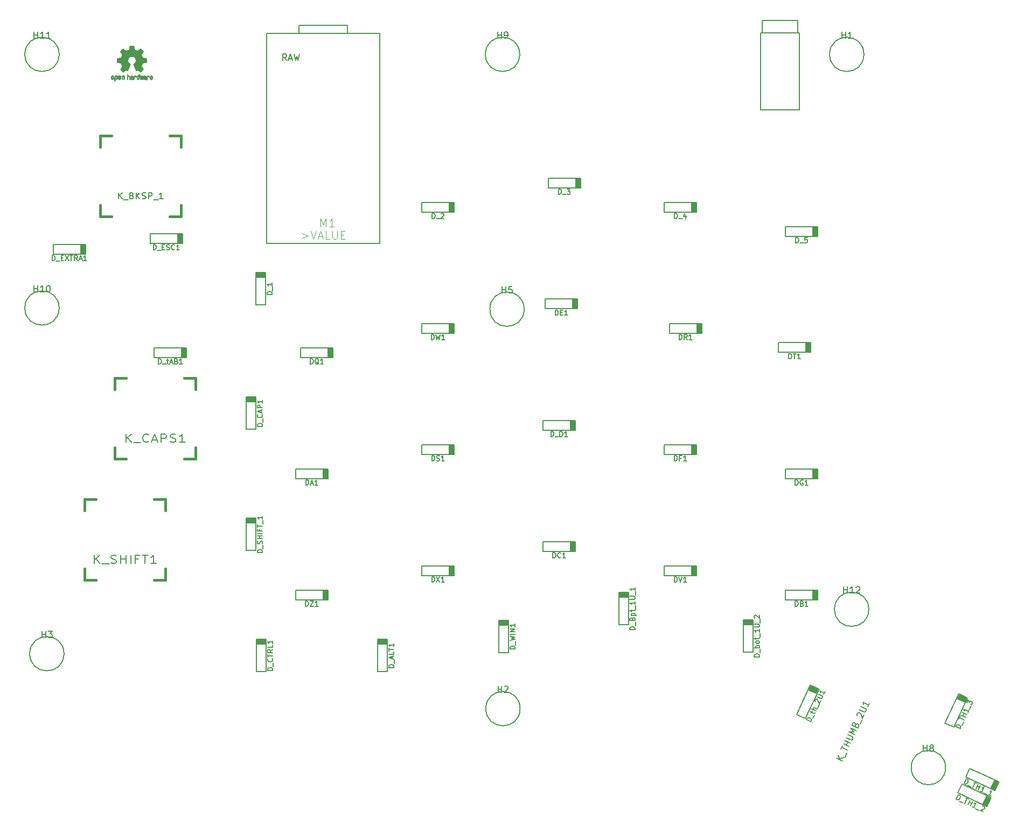
<source format=gbr>
G04 #@! TF.GenerationSoftware,KiCad,Pcbnew,(5.1.5)-3*
G04 #@! TF.CreationDate,2020-01-18T12:56:56+05:30*
G04 #@! TF.ProjectId,ergocape,6572676f-6361-4706-952e-6b696361645f,rev?*
G04 #@! TF.SameCoordinates,Original*
G04 #@! TF.FileFunction,Legend,Top*
G04 #@! TF.FilePolarity,Positive*
%FSLAX46Y46*%
G04 Gerber Fmt 4.6, Leading zero omitted, Abs format (unit mm)*
G04 Created by KiCad (PCBNEW (5.1.5)-3) date 2020-01-18 12:56:56*
%MOMM*%
%LPD*%
G04 APERTURE LIST*
%ADD10C,0.150000*%
%ADD11C,0.010000*%
%ADD12C,0.127000*%
%ADD13C,0.381000*%
%ADD14C,0.101600*%
%ADD15C,0.203200*%
%ADD16C,0.200000*%
G04 APERTURE END LIST*
D10*
X42826077Y-60452000D02*
G75*
G03X42826077Y-60452000I-2694077J0D01*
G01*
X115216077Y-20574000D02*
G75*
G03X115216077Y-20574000I-2694077J0D01*
G01*
X169318077Y-20574000D02*
G75*
G03X169318077Y-20574000I-2694077J0D01*
G01*
X115280077Y-123444000D02*
G75*
G03X115280077Y-123444000I-2694077J0D01*
G01*
X43588077Y-114808000D02*
G75*
G03X43588077Y-114808000I-2694077J0D01*
G01*
X115914077Y-60642500D02*
G75*
G03X115914077Y-60642500I-2694077J0D01*
G01*
X182145077Y-132715000D02*
G75*
G03X182145077Y-132715000I-2694077J0D01*
G01*
X42826077Y-20574000D02*
G75*
G03X42826077Y-20574000I-2694077J0D01*
G01*
X170080077Y-107823000D02*
G75*
G03X170080077Y-107823000I-2694077J0D01*
G01*
D11*
G36*
X54332910Y-19213348D02*
G01*
X54411454Y-19213778D01*
X54468298Y-19214942D01*
X54507105Y-19217207D01*
X54531538Y-19220940D01*
X54545262Y-19226506D01*
X54551940Y-19234273D01*
X54555236Y-19244605D01*
X54555556Y-19245943D01*
X54560562Y-19270079D01*
X54569829Y-19317701D01*
X54582392Y-19383741D01*
X54597287Y-19463128D01*
X54613551Y-19550796D01*
X54614119Y-19553875D01*
X54630410Y-19639789D01*
X54645652Y-19715696D01*
X54658861Y-19777045D01*
X54669054Y-19819282D01*
X54675248Y-19837855D01*
X54675543Y-19838184D01*
X54693788Y-19847253D01*
X54731405Y-19862367D01*
X54780271Y-19880262D01*
X54780543Y-19880358D01*
X54842093Y-19903493D01*
X54914657Y-19932965D01*
X54983057Y-19962597D01*
X54986294Y-19964062D01*
X55097702Y-20014626D01*
X55344399Y-19846160D01*
X55420077Y-19794803D01*
X55488631Y-19748889D01*
X55546088Y-19711030D01*
X55588476Y-19683837D01*
X55611825Y-19669921D01*
X55614042Y-19668889D01*
X55631010Y-19673484D01*
X55662701Y-19695655D01*
X55710352Y-19736447D01*
X55775198Y-19796905D01*
X55841397Y-19861227D01*
X55905214Y-19924612D01*
X55962329Y-19982451D01*
X56009305Y-20031175D01*
X56042703Y-20067210D01*
X56059085Y-20086984D01*
X56059694Y-20088002D01*
X56061505Y-20101572D01*
X56054683Y-20123733D01*
X56037540Y-20157478D01*
X56008393Y-20205800D01*
X55965555Y-20271692D01*
X55908448Y-20356517D01*
X55857766Y-20431177D01*
X55812461Y-20498140D01*
X55775150Y-20553516D01*
X55748452Y-20593420D01*
X55734985Y-20613962D01*
X55734137Y-20615356D01*
X55735781Y-20635038D01*
X55748245Y-20673293D01*
X55769048Y-20722889D01*
X55776462Y-20738728D01*
X55808814Y-20809290D01*
X55843328Y-20889353D01*
X55871365Y-20958629D01*
X55891568Y-21010045D01*
X55907615Y-21049119D01*
X55916888Y-21069541D01*
X55918041Y-21071114D01*
X55935096Y-21073721D01*
X55975298Y-21080863D01*
X56033302Y-21091523D01*
X56103763Y-21104685D01*
X56181335Y-21119333D01*
X56260672Y-21134449D01*
X56336431Y-21149018D01*
X56403264Y-21162022D01*
X56455828Y-21172445D01*
X56488776Y-21179270D01*
X56496857Y-21181199D01*
X56505205Y-21185962D01*
X56511506Y-21196718D01*
X56516045Y-21217098D01*
X56519104Y-21250734D01*
X56520967Y-21301255D01*
X56521918Y-21372292D01*
X56522240Y-21467476D01*
X56522257Y-21506492D01*
X56522257Y-21823799D01*
X56446057Y-21838839D01*
X56403663Y-21846995D01*
X56340400Y-21858899D01*
X56263962Y-21873116D01*
X56182043Y-21888210D01*
X56159400Y-21892355D01*
X56083806Y-21907053D01*
X56017953Y-21921505D01*
X55967366Y-21934375D01*
X55937574Y-21944322D01*
X55932612Y-21947287D01*
X55920426Y-21968283D01*
X55902953Y-22008967D01*
X55883577Y-22061322D01*
X55879734Y-22072600D01*
X55854339Y-22142523D01*
X55822817Y-22221418D01*
X55791969Y-22292266D01*
X55791817Y-22292595D01*
X55740447Y-22403733D01*
X55909399Y-22652253D01*
X56078352Y-22900772D01*
X55861429Y-23118058D01*
X55795819Y-23182726D01*
X55735979Y-23239733D01*
X55685267Y-23286033D01*
X55647046Y-23318584D01*
X55624675Y-23334343D01*
X55621466Y-23335343D01*
X55602626Y-23327469D01*
X55564180Y-23305578D01*
X55510330Y-23272267D01*
X55445276Y-23230131D01*
X55374940Y-23182943D01*
X55303555Y-23134810D01*
X55239908Y-23092928D01*
X55188041Y-23059871D01*
X55151995Y-23038218D01*
X55135867Y-23030543D01*
X55116189Y-23037037D01*
X55078875Y-23054150D01*
X55031621Y-23078326D01*
X55026612Y-23081013D01*
X54962977Y-23112927D01*
X54919341Y-23128579D01*
X54892202Y-23128745D01*
X54878057Y-23114204D01*
X54877975Y-23114000D01*
X54870905Y-23096779D01*
X54854042Y-23055899D01*
X54828695Y-22994525D01*
X54796171Y-22915819D01*
X54757778Y-22822947D01*
X54714822Y-22719072D01*
X54673222Y-22618502D01*
X54627504Y-22507516D01*
X54585526Y-22404703D01*
X54548548Y-22313215D01*
X54517827Y-22236201D01*
X54494622Y-22176815D01*
X54480190Y-22138209D01*
X54475743Y-22123800D01*
X54486896Y-22107272D01*
X54516069Y-22080930D01*
X54554971Y-22051887D01*
X54665757Y-21960039D01*
X54752351Y-21854759D01*
X54813716Y-21738266D01*
X54848815Y-21612776D01*
X54856608Y-21480507D01*
X54850943Y-21419457D01*
X54820078Y-21292795D01*
X54766920Y-21180941D01*
X54694767Y-21085001D01*
X54606917Y-21006076D01*
X54506665Y-20945270D01*
X54397310Y-20903687D01*
X54282147Y-20882428D01*
X54164475Y-20882599D01*
X54047590Y-20905301D01*
X53934789Y-20951638D01*
X53829369Y-21022713D01*
X53785368Y-21062911D01*
X53700979Y-21166129D01*
X53642222Y-21278925D01*
X53608704Y-21398010D01*
X53600035Y-21520095D01*
X53615823Y-21641893D01*
X53655678Y-21760116D01*
X53719207Y-21871475D01*
X53806021Y-21972684D01*
X53903029Y-22051887D01*
X53943437Y-22082162D01*
X53971982Y-22108219D01*
X53982257Y-22123825D01*
X53976877Y-22140843D01*
X53961575Y-22181500D01*
X53937612Y-22242642D01*
X53906244Y-22321119D01*
X53868732Y-22413780D01*
X53826333Y-22517472D01*
X53784663Y-22618526D01*
X53738690Y-22729607D01*
X53696107Y-22832541D01*
X53658221Y-22924165D01*
X53626340Y-23001316D01*
X53601771Y-23060831D01*
X53585820Y-23099544D01*
X53579910Y-23114000D01*
X53565948Y-23128685D01*
X53538940Y-23128642D01*
X53495413Y-23113099D01*
X53431890Y-23081284D01*
X53431388Y-23081013D01*
X53383560Y-23056323D01*
X53344897Y-23038338D01*
X53323095Y-23030614D01*
X53322133Y-23030543D01*
X53305721Y-23038378D01*
X53269487Y-23060165D01*
X53217474Y-23093328D01*
X53153725Y-23135291D01*
X53083060Y-23182943D01*
X53011116Y-23231191D01*
X52946274Y-23273151D01*
X52892735Y-23306227D01*
X52854697Y-23327821D01*
X52836533Y-23335343D01*
X52819808Y-23325457D01*
X52786180Y-23297826D01*
X52739010Y-23255495D01*
X52681658Y-23201505D01*
X52617484Y-23138899D01*
X52596497Y-23117983D01*
X52379499Y-22900623D01*
X52544668Y-22658220D01*
X52594864Y-22583781D01*
X52638919Y-22516972D01*
X52674362Y-22461665D01*
X52698719Y-22421729D01*
X52709522Y-22401036D01*
X52709838Y-22399563D01*
X52704143Y-22380058D01*
X52688826Y-22340822D01*
X52666537Y-22288430D01*
X52650893Y-22253355D01*
X52621641Y-22186201D01*
X52594094Y-22118358D01*
X52572737Y-22061034D01*
X52566935Y-22043572D01*
X52550452Y-21996938D01*
X52534340Y-21960905D01*
X52525490Y-21947287D01*
X52505960Y-21938952D01*
X52463334Y-21927137D01*
X52403145Y-21913181D01*
X52330922Y-21898422D01*
X52298600Y-21892355D01*
X52216522Y-21877273D01*
X52137795Y-21862669D01*
X52070109Y-21849980D01*
X52021160Y-21840642D01*
X52011943Y-21838839D01*
X51935743Y-21823799D01*
X51935743Y-21506492D01*
X51935914Y-21402154D01*
X51936616Y-21323213D01*
X51938134Y-21266038D01*
X51940749Y-21226999D01*
X51944746Y-21202465D01*
X51950409Y-21188805D01*
X51958020Y-21182389D01*
X51961143Y-21181199D01*
X51979978Y-21176980D01*
X52021588Y-21168562D01*
X52080630Y-21156961D01*
X52151757Y-21143195D01*
X52229625Y-21128280D01*
X52308887Y-21113232D01*
X52384198Y-21099069D01*
X52450213Y-21086806D01*
X52501587Y-21077461D01*
X52532975Y-21072050D01*
X52539959Y-21071114D01*
X52546285Y-21058596D01*
X52560290Y-21025246D01*
X52579355Y-20977377D01*
X52586634Y-20958629D01*
X52615996Y-20886195D01*
X52650571Y-20806170D01*
X52681537Y-20738728D01*
X52704323Y-20687159D01*
X52719482Y-20644785D01*
X52724542Y-20618834D01*
X52723736Y-20615356D01*
X52713041Y-20598936D01*
X52688620Y-20562417D01*
X52653095Y-20509687D01*
X52609087Y-20444635D01*
X52559217Y-20371151D01*
X52549356Y-20356645D01*
X52491492Y-20270704D01*
X52448956Y-20205261D01*
X52420054Y-20157304D01*
X52403090Y-20123820D01*
X52396367Y-20101795D01*
X52398190Y-20088217D01*
X52398236Y-20088131D01*
X52412586Y-20070297D01*
X52444323Y-20035817D01*
X52490010Y-19988268D01*
X52546204Y-19931222D01*
X52609468Y-19868255D01*
X52616602Y-19861227D01*
X52696330Y-19784020D01*
X52757857Y-19727330D01*
X52802421Y-19690110D01*
X52831257Y-19671315D01*
X52843958Y-19668889D01*
X52862494Y-19679471D01*
X52900961Y-19703916D01*
X52955386Y-19739612D01*
X53021798Y-19783947D01*
X53096225Y-19834311D01*
X53113601Y-19846160D01*
X53360297Y-20014626D01*
X53471706Y-19964062D01*
X53539457Y-19934595D01*
X53612183Y-19904959D01*
X53674703Y-19881330D01*
X53677457Y-19880358D01*
X53726360Y-19862457D01*
X53764057Y-19847320D01*
X53782425Y-19838210D01*
X53782456Y-19838184D01*
X53788285Y-19821717D01*
X53798192Y-19781219D01*
X53811195Y-19721242D01*
X53826309Y-19646340D01*
X53842552Y-19561064D01*
X53843881Y-19553875D01*
X53860175Y-19466014D01*
X53875133Y-19386260D01*
X53887791Y-19319681D01*
X53897186Y-19271347D01*
X53902354Y-19246325D01*
X53902444Y-19245943D01*
X53905589Y-19235299D01*
X53911704Y-19227262D01*
X53924453Y-19221467D01*
X53947500Y-19217547D01*
X53984509Y-19215135D01*
X54039144Y-19213865D01*
X54115067Y-19213371D01*
X54215944Y-19213286D01*
X54229000Y-19213286D01*
X54332910Y-19213348D01*
G37*
X54332910Y-19213348D02*
X54411454Y-19213778D01*
X54468298Y-19214942D01*
X54507105Y-19217207D01*
X54531538Y-19220940D01*
X54545262Y-19226506D01*
X54551940Y-19234273D01*
X54555236Y-19244605D01*
X54555556Y-19245943D01*
X54560562Y-19270079D01*
X54569829Y-19317701D01*
X54582392Y-19383741D01*
X54597287Y-19463128D01*
X54613551Y-19550796D01*
X54614119Y-19553875D01*
X54630410Y-19639789D01*
X54645652Y-19715696D01*
X54658861Y-19777045D01*
X54669054Y-19819282D01*
X54675248Y-19837855D01*
X54675543Y-19838184D01*
X54693788Y-19847253D01*
X54731405Y-19862367D01*
X54780271Y-19880262D01*
X54780543Y-19880358D01*
X54842093Y-19903493D01*
X54914657Y-19932965D01*
X54983057Y-19962597D01*
X54986294Y-19964062D01*
X55097702Y-20014626D01*
X55344399Y-19846160D01*
X55420077Y-19794803D01*
X55488631Y-19748889D01*
X55546088Y-19711030D01*
X55588476Y-19683837D01*
X55611825Y-19669921D01*
X55614042Y-19668889D01*
X55631010Y-19673484D01*
X55662701Y-19695655D01*
X55710352Y-19736447D01*
X55775198Y-19796905D01*
X55841397Y-19861227D01*
X55905214Y-19924612D01*
X55962329Y-19982451D01*
X56009305Y-20031175D01*
X56042703Y-20067210D01*
X56059085Y-20086984D01*
X56059694Y-20088002D01*
X56061505Y-20101572D01*
X56054683Y-20123733D01*
X56037540Y-20157478D01*
X56008393Y-20205800D01*
X55965555Y-20271692D01*
X55908448Y-20356517D01*
X55857766Y-20431177D01*
X55812461Y-20498140D01*
X55775150Y-20553516D01*
X55748452Y-20593420D01*
X55734985Y-20613962D01*
X55734137Y-20615356D01*
X55735781Y-20635038D01*
X55748245Y-20673293D01*
X55769048Y-20722889D01*
X55776462Y-20738728D01*
X55808814Y-20809290D01*
X55843328Y-20889353D01*
X55871365Y-20958629D01*
X55891568Y-21010045D01*
X55907615Y-21049119D01*
X55916888Y-21069541D01*
X55918041Y-21071114D01*
X55935096Y-21073721D01*
X55975298Y-21080863D01*
X56033302Y-21091523D01*
X56103763Y-21104685D01*
X56181335Y-21119333D01*
X56260672Y-21134449D01*
X56336431Y-21149018D01*
X56403264Y-21162022D01*
X56455828Y-21172445D01*
X56488776Y-21179270D01*
X56496857Y-21181199D01*
X56505205Y-21185962D01*
X56511506Y-21196718D01*
X56516045Y-21217098D01*
X56519104Y-21250734D01*
X56520967Y-21301255D01*
X56521918Y-21372292D01*
X56522240Y-21467476D01*
X56522257Y-21506492D01*
X56522257Y-21823799D01*
X56446057Y-21838839D01*
X56403663Y-21846995D01*
X56340400Y-21858899D01*
X56263962Y-21873116D01*
X56182043Y-21888210D01*
X56159400Y-21892355D01*
X56083806Y-21907053D01*
X56017953Y-21921505D01*
X55967366Y-21934375D01*
X55937574Y-21944322D01*
X55932612Y-21947287D01*
X55920426Y-21968283D01*
X55902953Y-22008967D01*
X55883577Y-22061322D01*
X55879734Y-22072600D01*
X55854339Y-22142523D01*
X55822817Y-22221418D01*
X55791969Y-22292266D01*
X55791817Y-22292595D01*
X55740447Y-22403733D01*
X55909399Y-22652253D01*
X56078352Y-22900772D01*
X55861429Y-23118058D01*
X55795819Y-23182726D01*
X55735979Y-23239733D01*
X55685267Y-23286033D01*
X55647046Y-23318584D01*
X55624675Y-23334343D01*
X55621466Y-23335343D01*
X55602626Y-23327469D01*
X55564180Y-23305578D01*
X55510330Y-23272267D01*
X55445276Y-23230131D01*
X55374940Y-23182943D01*
X55303555Y-23134810D01*
X55239908Y-23092928D01*
X55188041Y-23059871D01*
X55151995Y-23038218D01*
X55135867Y-23030543D01*
X55116189Y-23037037D01*
X55078875Y-23054150D01*
X55031621Y-23078326D01*
X55026612Y-23081013D01*
X54962977Y-23112927D01*
X54919341Y-23128579D01*
X54892202Y-23128745D01*
X54878057Y-23114204D01*
X54877975Y-23114000D01*
X54870905Y-23096779D01*
X54854042Y-23055899D01*
X54828695Y-22994525D01*
X54796171Y-22915819D01*
X54757778Y-22822947D01*
X54714822Y-22719072D01*
X54673222Y-22618502D01*
X54627504Y-22507516D01*
X54585526Y-22404703D01*
X54548548Y-22313215D01*
X54517827Y-22236201D01*
X54494622Y-22176815D01*
X54480190Y-22138209D01*
X54475743Y-22123800D01*
X54486896Y-22107272D01*
X54516069Y-22080930D01*
X54554971Y-22051887D01*
X54665757Y-21960039D01*
X54752351Y-21854759D01*
X54813716Y-21738266D01*
X54848815Y-21612776D01*
X54856608Y-21480507D01*
X54850943Y-21419457D01*
X54820078Y-21292795D01*
X54766920Y-21180941D01*
X54694767Y-21085001D01*
X54606917Y-21006076D01*
X54506665Y-20945270D01*
X54397310Y-20903687D01*
X54282147Y-20882428D01*
X54164475Y-20882599D01*
X54047590Y-20905301D01*
X53934789Y-20951638D01*
X53829369Y-21022713D01*
X53785368Y-21062911D01*
X53700979Y-21166129D01*
X53642222Y-21278925D01*
X53608704Y-21398010D01*
X53600035Y-21520095D01*
X53615823Y-21641893D01*
X53655678Y-21760116D01*
X53719207Y-21871475D01*
X53806021Y-21972684D01*
X53903029Y-22051887D01*
X53943437Y-22082162D01*
X53971982Y-22108219D01*
X53982257Y-22123825D01*
X53976877Y-22140843D01*
X53961575Y-22181500D01*
X53937612Y-22242642D01*
X53906244Y-22321119D01*
X53868732Y-22413780D01*
X53826333Y-22517472D01*
X53784663Y-22618526D01*
X53738690Y-22729607D01*
X53696107Y-22832541D01*
X53658221Y-22924165D01*
X53626340Y-23001316D01*
X53601771Y-23060831D01*
X53585820Y-23099544D01*
X53579910Y-23114000D01*
X53565948Y-23128685D01*
X53538940Y-23128642D01*
X53495413Y-23113099D01*
X53431890Y-23081284D01*
X53431388Y-23081013D01*
X53383560Y-23056323D01*
X53344897Y-23038338D01*
X53323095Y-23030614D01*
X53322133Y-23030543D01*
X53305721Y-23038378D01*
X53269487Y-23060165D01*
X53217474Y-23093328D01*
X53153725Y-23135291D01*
X53083060Y-23182943D01*
X53011116Y-23231191D01*
X52946274Y-23273151D01*
X52892735Y-23306227D01*
X52854697Y-23327821D01*
X52836533Y-23335343D01*
X52819808Y-23325457D01*
X52786180Y-23297826D01*
X52739010Y-23255495D01*
X52681658Y-23201505D01*
X52617484Y-23138899D01*
X52596497Y-23117983D01*
X52379499Y-22900623D01*
X52544668Y-22658220D01*
X52594864Y-22583781D01*
X52638919Y-22516972D01*
X52674362Y-22461665D01*
X52698719Y-22421729D01*
X52709522Y-22401036D01*
X52709838Y-22399563D01*
X52704143Y-22380058D01*
X52688826Y-22340822D01*
X52666537Y-22288430D01*
X52650893Y-22253355D01*
X52621641Y-22186201D01*
X52594094Y-22118358D01*
X52572737Y-22061034D01*
X52566935Y-22043572D01*
X52550452Y-21996938D01*
X52534340Y-21960905D01*
X52525490Y-21947287D01*
X52505960Y-21938952D01*
X52463334Y-21927137D01*
X52403145Y-21913181D01*
X52330922Y-21898422D01*
X52298600Y-21892355D01*
X52216522Y-21877273D01*
X52137795Y-21862669D01*
X52070109Y-21849980D01*
X52021160Y-21840642D01*
X52011943Y-21838839D01*
X51935743Y-21823799D01*
X51935743Y-21506492D01*
X51935914Y-21402154D01*
X51936616Y-21323213D01*
X51938134Y-21266038D01*
X51940749Y-21226999D01*
X51944746Y-21202465D01*
X51950409Y-21188805D01*
X51958020Y-21182389D01*
X51961143Y-21181199D01*
X51979978Y-21176980D01*
X52021588Y-21168562D01*
X52080630Y-21156961D01*
X52151757Y-21143195D01*
X52229625Y-21128280D01*
X52308887Y-21113232D01*
X52384198Y-21099069D01*
X52450213Y-21086806D01*
X52501587Y-21077461D01*
X52532975Y-21072050D01*
X52539959Y-21071114D01*
X52546285Y-21058596D01*
X52560290Y-21025246D01*
X52579355Y-20977377D01*
X52586634Y-20958629D01*
X52615996Y-20886195D01*
X52650571Y-20806170D01*
X52681537Y-20738728D01*
X52704323Y-20687159D01*
X52719482Y-20644785D01*
X52724542Y-20618834D01*
X52723736Y-20615356D01*
X52713041Y-20598936D01*
X52688620Y-20562417D01*
X52653095Y-20509687D01*
X52609087Y-20444635D01*
X52559217Y-20371151D01*
X52549356Y-20356645D01*
X52491492Y-20270704D01*
X52448956Y-20205261D01*
X52420054Y-20157304D01*
X52403090Y-20123820D01*
X52396367Y-20101795D01*
X52398190Y-20088217D01*
X52398236Y-20088131D01*
X52412586Y-20070297D01*
X52444323Y-20035817D01*
X52490010Y-19988268D01*
X52546204Y-19931222D01*
X52609468Y-19868255D01*
X52616602Y-19861227D01*
X52696330Y-19784020D01*
X52757857Y-19727330D01*
X52802421Y-19690110D01*
X52831257Y-19671315D01*
X52843958Y-19668889D01*
X52862494Y-19679471D01*
X52900961Y-19703916D01*
X52955386Y-19739612D01*
X53021798Y-19783947D01*
X53096225Y-19834311D01*
X53113601Y-19846160D01*
X53360297Y-20014626D01*
X53471706Y-19964062D01*
X53539457Y-19934595D01*
X53612183Y-19904959D01*
X53674703Y-19881330D01*
X53677457Y-19880358D01*
X53726360Y-19862457D01*
X53764057Y-19847320D01*
X53782425Y-19838210D01*
X53782456Y-19838184D01*
X53788285Y-19821717D01*
X53798192Y-19781219D01*
X53811195Y-19721242D01*
X53826309Y-19646340D01*
X53842552Y-19561064D01*
X53843881Y-19553875D01*
X53860175Y-19466014D01*
X53875133Y-19386260D01*
X53887791Y-19319681D01*
X53897186Y-19271347D01*
X53902354Y-19246325D01*
X53902444Y-19245943D01*
X53905589Y-19235299D01*
X53911704Y-19227262D01*
X53924453Y-19221467D01*
X53947500Y-19217547D01*
X53984509Y-19215135D01*
X54039144Y-19213865D01*
X54115067Y-19213371D01*
X54215944Y-19213286D01*
X54229000Y-19213286D01*
X54332910Y-19213348D01*
G36*
X57382595Y-23937966D02*
G01*
X57440021Y-23975497D01*
X57467719Y-24009096D01*
X57489662Y-24070064D01*
X57491405Y-24118308D01*
X57487457Y-24182816D01*
X57338686Y-24247934D01*
X57266349Y-24281202D01*
X57219084Y-24307964D01*
X57194507Y-24331144D01*
X57190237Y-24353667D01*
X57203889Y-24378455D01*
X57218943Y-24394886D01*
X57262746Y-24421235D01*
X57310389Y-24423081D01*
X57354145Y-24402546D01*
X57386289Y-24361752D01*
X57392038Y-24347347D01*
X57419576Y-24302356D01*
X57451258Y-24283182D01*
X57494714Y-24266779D01*
X57494714Y-24328966D01*
X57490872Y-24371283D01*
X57475823Y-24406969D01*
X57444280Y-24447943D01*
X57439592Y-24453267D01*
X57404506Y-24489720D01*
X57374347Y-24509283D01*
X57336615Y-24518283D01*
X57305335Y-24521230D01*
X57249385Y-24521965D01*
X57209555Y-24512660D01*
X57184708Y-24498846D01*
X57145656Y-24468467D01*
X57118625Y-24435613D01*
X57101517Y-24394294D01*
X57092238Y-24338521D01*
X57088693Y-24262305D01*
X57088410Y-24223622D01*
X57089372Y-24177247D01*
X57177007Y-24177247D01*
X57178023Y-24202126D01*
X57180556Y-24206200D01*
X57197274Y-24200665D01*
X57233249Y-24186017D01*
X57281331Y-24165190D01*
X57291386Y-24160714D01*
X57352152Y-24129814D01*
X57385632Y-24102657D01*
X57392990Y-24077220D01*
X57375391Y-24051481D01*
X57360856Y-24040109D01*
X57308410Y-24017364D01*
X57259322Y-24021122D01*
X57218227Y-24048884D01*
X57189758Y-24098152D01*
X57180631Y-24137257D01*
X57177007Y-24177247D01*
X57089372Y-24177247D01*
X57090285Y-24133249D01*
X57097196Y-24066384D01*
X57110884Y-24017695D01*
X57133096Y-23981849D01*
X57165574Y-23953513D01*
X57179733Y-23944355D01*
X57244053Y-23920507D01*
X57314473Y-23919006D01*
X57382595Y-23937966D01*
G37*
X57382595Y-23937966D02*
X57440021Y-23975497D01*
X57467719Y-24009096D01*
X57489662Y-24070064D01*
X57491405Y-24118308D01*
X57487457Y-24182816D01*
X57338686Y-24247934D01*
X57266349Y-24281202D01*
X57219084Y-24307964D01*
X57194507Y-24331144D01*
X57190237Y-24353667D01*
X57203889Y-24378455D01*
X57218943Y-24394886D01*
X57262746Y-24421235D01*
X57310389Y-24423081D01*
X57354145Y-24402546D01*
X57386289Y-24361752D01*
X57392038Y-24347347D01*
X57419576Y-24302356D01*
X57451258Y-24283182D01*
X57494714Y-24266779D01*
X57494714Y-24328966D01*
X57490872Y-24371283D01*
X57475823Y-24406969D01*
X57444280Y-24447943D01*
X57439592Y-24453267D01*
X57404506Y-24489720D01*
X57374347Y-24509283D01*
X57336615Y-24518283D01*
X57305335Y-24521230D01*
X57249385Y-24521965D01*
X57209555Y-24512660D01*
X57184708Y-24498846D01*
X57145656Y-24468467D01*
X57118625Y-24435613D01*
X57101517Y-24394294D01*
X57092238Y-24338521D01*
X57088693Y-24262305D01*
X57088410Y-24223622D01*
X57089372Y-24177247D01*
X57177007Y-24177247D01*
X57178023Y-24202126D01*
X57180556Y-24206200D01*
X57197274Y-24200665D01*
X57233249Y-24186017D01*
X57281331Y-24165190D01*
X57291386Y-24160714D01*
X57352152Y-24129814D01*
X57385632Y-24102657D01*
X57392990Y-24077220D01*
X57375391Y-24051481D01*
X57360856Y-24040109D01*
X57308410Y-24017364D01*
X57259322Y-24021122D01*
X57218227Y-24048884D01*
X57189758Y-24098152D01*
X57180631Y-24137257D01*
X57177007Y-24177247D01*
X57089372Y-24177247D01*
X57090285Y-24133249D01*
X57097196Y-24066384D01*
X57110884Y-24017695D01*
X57133096Y-23981849D01*
X57165574Y-23953513D01*
X57179733Y-23944355D01*
X57244053Y-23920507D01*
X57314473Y-23919006D01*
X57382595Y-23937966D01*
G36*
X56881600Y-23929752D02*
G01*
X56898948Y-23937334D01*
X56940356Y-23970128D01*
X56975765Y-24017547D01*
X56997664Y-24068151D01*
X57001229Y-24093098D01*
X56989279Y-24127927D01*
X56963067Y-24146357D01*
X56934964Y-24157516D01*
X56922095Y-24159572D01*
X56915829Y-24144649D01*
X56903456Y-24112175D01*
X56898028Y-24097502D01*
X56867590Y-24046744D01*
X56823520Y-24021427D01*
X56767010Y-24022206D01*
X56762825Y-24023203D01*
X56732655Y-24037507D01*
X56710476Y-24065393D01*
X56695327Y-24110287D01*
X56686250Y-24175615D01*
X56682286Y-24264804D01*
X56681914Y-24312261D01*
X56681730Y-24387071D01*
X56680522Y-24438069D01*
X56677309Y-24470471D01*
X56671109Y-24489495D01*
X56660940Y-24500356D01*
X56645819Y-24508272D01*
X56644946Y-24508670D01*
X56615828Y-24520981D01*
X56601403Y-24525514D01*
X56599186Y-24511809D01*
X56597289Y-24473925D01*
X56595847Y-24416715D01*
X56594998Y-24345027D01*
X56594829Y-24292565D01*
X56595692Y-24191047D01*
X56599070Y-24114032D01*
X56606142Y-24057023D01*
X56618088Y-24015526D01*
X56636090Y-23985043D01*
X56661327Y-23961080D01*
X56686247Y-23944355D01*
X56746171Y-23922097D01*
X56815911Y-23917076D01*
X56881600Y-23929752D01*
G37*
X56881600Y-23929752D02*
X56898948Y-23937334D01*
X56940356Y-23970128D01*
X56975765Y-24017547D01*
X56997664Y-24068151D01*
X57001229Y-24093098D01*
X56989279Y-24127927D01*
X56963067Y-24146357D01*
X56934964Y-24157516D01*
X56922095Y-24159572D01*
X56915829Y-24144649D01*
X56903456Y-24112175D01*
X56898028Y-24097502D01*
X56867590Y-24046744D01*
X56823520Y-24021427D01*
X56767010Y-24022206D01*
X56762825Y-24023203D01*
X56732655Y-24037507D01*
X56710476Y-24065393D01*
X56695327Y-24110287D01*
X56686250Y-24175615D01*
X56682286Y-24264804D01*
X56681914Y-24312261D01*
X56681730Y-24387071D01*
X56680522Y-24438069D01*
X56677309Y-24470471D01*
X56671109Y-24489495D01*
X56660940Y-24500356D01*
X56645819Y-24508272D01*
X56644946Y-24508670D01*
X56615828Y-24520981D01*
X56601403Y-24525514D01*
X56599186Y-24511809D01*
X56597289Y-24473925D01*
X56595847Y-24416715D01*
X56594998Y-24345027D01*
X56594829Y-24292565D01*
X56595692Y-24191047D01*
X56599070Y-24114032D01*
X56606142Y-24057023D01*
X56618088Y-24015526D01*
X56636090Y-23985043D01*
X56661327Y-23961080D01*
X56686247Y-23944355D01*
X56746171Y-23922097D01*
X56815911Y-23917076D01*
X56881600Y-23929752D01*
G36*
X56373876Y-23927335D02*
G01*
X56415667Y-23946344D01*
X56448469Y-23969378D01*
X56472503Y-23995133D01*
X56489097Y-24028358D01*
X56499577Y-24073800D01*
X56505271Y-24136207D01*
X56507507Y-24220327D01*
X56507743Y-24275721D01*
X56507743Y-24491826D01*
X56470774Y-24508670D01*
X56441656Y-24520981D01*
X56427231Y-24525514D01*
X56424472Y-24512025D01*
X56422282Y-24475653D01*
X56420942Y-24422542D01*
X56420657Y-24380372D01*
X56419434Y-24319447D01*
X56416136Y-24271115D01*
X56411321Y-24241518D01*
X56407496Y-24235229D01*
X56381783Y-24241652D01*
X56341418Y-24258125D01*
X56294679Y-24280458D01*
X56249845Y-24304457D01*
X56215193Y-24325930D01*
X56199002Y-24340685D01*
X56198938Y-24340845D01*
X56200330Y-24368152D01*
X56212818Y-24394219D01*
X56234743Y-24415392D01*
X56266743Y-24422474D01*
X56294092Y-24421649D01*
X56332826Y-24421042D01*
X56353158Y-24430116D01*
X56365369Y-24454092D01*
X56366909Y-24458613D01*
X56372203Y-24492806D01*
X56358047Y-24513568D01*
X56321148Y-24523462D01*
X56281289Y-24525292D01*
X56209562Y-24511727D01*
X56172432Y-24492355D01*
X56126576Y-24446845D01*
X56102256Y-24390983D01*
X56100073Y-24331957D01*
X56120629Y-24276953D01*
X56151549Y-24242486D01*
X56182420Y-24223189D01*
X56230942Y-24198759D01*
X56287485Y-24173985D01*
X56296910Y-24170199D01*
X56359019Y-24142791D01*
X56394822Y-24118634D01*
X56406337Y-24094619D01*
X56395580Y-24067635D01*
X56377114Y-24046543D01*
X56333469Y-24020572D01*
X56285446Y-24018624D01*
X56241406Y-24038637D01*
X56209709Y-24078551D01*
X56205549Y-24088848D01*
X56181327Y-24126724D01*
X56145965Y-24154842D01*
X56101343Y-24177917D01*
X56101343Y-24112485D01*
X56103969Y-24072506D01*
X56115230Y-24040997D01*
X56140199Y-24007378D01*
X56164169Y-23981484D01*
X56201441Y-23944817D01*
X56230401Y-23925121D01*
X56261505Y-23917220D01*
X56296713Y-23915914D01*
X56373876Y-23927335D01*
G37*
X56373876Y-23927335D02*
X56415667Y-23946344D01*
X56448469Y-23969378D01*
X56472503Y-23995133D01*
X56489097Y-24028358D01*
X56499577Y-24073800D01*
X56505271Y-24136207D01*
X56507507Y-24220327D01*
X56507743Y-24275721D01*
X56507743Y-24491826D01*
X56470774Y-24508670D01*
X56441656Y-24520981D01*
X56427231Y-24525514D01*
X56424472Y-24512025D01*
X56422282Y-24475653D01*
X56420942Y-24422542D01*
X56420657Y-24380372D01*
X56419434Y-24319447D01*
X56416136Y-24271115D01*
X56411321Y-24241518D01*
X56407496Y-24235229D01*
X56381783Y-24241652D01*
X56341418Y-24258125D01*
X56294679Y-24280458D01*
X56249845Y-24304457D01*
X56215193Y-24325930D01*
X56199002Y-24340685D01*
X56198938Y-24340845D01*
X56200330Y-24368152D01*
X56212818Y-24394219D01*
X56234743Y-24415392D01*
X56266743Y-24422474D01*
X56294092Y-24421649D01*
X56332826Y-24421042D01*
X56353158Y-24430116D01*
X56365369Y-24454092D01*
X56366909Y-24458613D01*
X56372203Y-24492806D01*
X56358047Y-24513568D01*
X56321148Y-24523462D01*
X56281289Y-24525292D01*
X56209562Y-24511727D01*
X56172432Y-24492355D01*
X56126576Y-24446845D01*
X56102256Y-24390983D01*
X56100073Y-24331957D01*
X56120629Y-24276953D01*
X56151549Y-24242486D01*
X56182420Y-24223189D01*
X56230942Y-24198759D01*
X56287485Y-24173985D01*
X56296910Y-24170199D01*
X56359019Y-24142791D01*
X56394822Y-24118634D01*
X56406337Y-24094619D01*
X56395580Y-24067635D01*
X56377114Y-24046543D01*
X56333469Y-24020572D01*
X56285446Y-24018624D01*
X56241406Y-24038637D01*
X56209709Y-24078551D01*
X56205549Y-24088848D01*
X56181327Y-24126724D01*
X56145965Y-24154842D01*
X56101343Y-24177917D01*
X56101343Y-24112485D01*
X56103969Y-24072506D01*
X56115230Y-24040997D01*
X56140199Y-24007378D01*
X56164169Y-23981484D01*
X56201441Y-23944817D01*
X56230401Y-23925121D01*
X56261505Y-23917220D01*
X56296713Y-23915914D01*
X56373876Y-23927335D01*
G36*
X56008833Y-23929663D02*
G01*
X56011048Y-23967850D01*
X56012784Y-24025886D01*
X56013899Y-24099180D01*
X56014257Y-24176055D01*
X56014257Y-24436196D01*
X55968326Y-24482127D01*
X55936675Y-24510429D01*
X55908890Y-24521893D01*
X55870915Y-24521168D01*
X55855840Y-24519321D01*
X55808726Y-24513948D01*
X55769756Y-24510869D01*
X55760257Y-24510585D01*
X55728233Y-24512445D01*
X55682432Y-24517114D01*
X55664674Y-24519321D01*
X55621057Y-24522735D01*
X55591745Y-24515320D01*
X55562680Y-24492427D01*
X55552188Y-24482127D01*
X55506257Y-24436196D01*
X55506257Y-23949602D01*
X55543226Y-23932758D01*
X55575059Y-23920282D01*
X55593683Y-23915914D01*
X55598458Y-23929718D01*
X55602921Y-23968286D01*
X55606775Y-24027356D01*
X55609722Y-24102663D01*
X55611143Y-24166286D01*
X55615114Y-24416657D01*
X55649759Y-24421556D01*
X55681268Y-24418131D01*
X55696708Y-24407041D01*
X55701023Y-24386308D01*
X55704708Y-24342145D01*
X55707469Y-24280146D01*
X55709012Y-24205909D01*
X55709235Y-24167706D01*
X55709457Y-23947783D01*
X55755166Y-23931849D01*
X55787518Y-23921015D01*
X55805115Y-23915962D01*
X55805623Y-23915914D01*
X55807388Y-23929648D01*
X55809329Y-23967730D01*
X55811282Y-24025482D01*
X55813084Y-24098227D01*
X55814343Y-24166286D01*
X55818314Y-24416657D01*
X55905400Y-24416657D01*
X55909396Y-24188240D01*
X55913392Y-23959822D01*
X55955847Y-23937868D01*
X55987192Y-23922793D01*
X56005744Y-23915951D01*
X56006279Y-23915914D01*
X56008833Y-23929663D01*
G37*
X56008833Y-23929663D02*
X56011048Y-23967850D01*
X56012784Y-24025886D01*
X56013899Y-24099180D01*
X56014257Y-24176055D01*
X56014257Y-24436196D01*
X55968326Y-24482127D01*
X55936675Y-24510429D01*
X55908890Y-24521893D01*
X55870915Y-24521168D01*
X55855840Y-24519321D01*
X55808726Y-24513948D01*
X55769756Y-24510869D01*
X55760257Y-24510585D01*
X55728233Y-24512445D01*
X55682432Y-24517114D01*
X55664674Y-24519321D01*
X55621057Y-24522735D01*
X55591745Y-24515320D01*
X55562680Y-24492427D01*
X55552188Y-24482127D01*
X55506257Y-24436196D01*
X55506257Y-23949602D01*
X55543226Y-23932758D01*
X55575059Y-23920282D01*
X55593683Y-23915914D01*
X55598458Y-23929718D01*
X55602921Y-23968286D01*
X55606775Y-24027356D01*
X55609722Y-24102663D01*
X55611143Y-24166286D01*
X55615114Y-24416657D01*
X55649759Y-24421556D01*
X55681268Y-24418131D01*
X55696708Y-24407041D01*
X55701023Y-24386308D01*
X55704708Y-24342145D01*
X55707469Y-24280146D01*
X55709012Y-24205909D01*
X55709235Y-24167706D01*
X55709457Y-23947783D01*
X55755166Y-23931849D01*
X55787518Y-23921015D01*
X55805115Y-23915962D01*
X55805623Y-23915914D01*
X55807388Y-23929648D01*
X55809329Y-23967730D01*
X55811282Y-24025482D01*
X55813084Y-24098227D01*
X55814343Y-24166286D01*
X55818314Y-24416657D01*
X55905400Y-24416657D01*
X55909396Y-24188240D01*
X55913392Y-23959822D01*
X55955847Y-23937868D01*
X55987192Y-23922793D01*
X56005744Y-23915951D01*
X56006279Y-23915914D01*
X56008833Y-23929663D01*
G36*
X55419117Y-24036358D02*
G01*
X55418933Y-24144837D01*
X55418219Y-24228287D01*
X55416675Y-24290704D01*
X55414001Y-24336085D01*
X55409894Y-24368429D01*
X55404055Y-24391733D01*
X55396182Y-24409995D01*
X55390221Y-24420418D01*
X55340855Y-24476945D01*
X55278264Y-24512377D01*
X55209013Y-24525090D01*
X55139668Y-24513463D01*
X55098375Y-24492568D01*
X55055025Y-24456422D01*
X55025481Y-24412276D01*
X55007655Y-24354462D01*
X54999463Y-24277313D01*
X54998302Y-24220714D01*
X54998458Y-24216647D01*
X55099857Y-24216647D01*
X55100476Y-24281550D01*
X55103314Y-24324514D01*
X55109840Y-24352622D01*
X55121523Y-24372953D01*
X55135483Y-24388288D01*
X55182365Y-24417890D01*
X55232701Y-24420419D01*
X55280276Y-24395705D01*
X55283979Y-24392356D01*
X55299783Y-24374935D01*
X55309693Y-24354209D01*
X55315058Y-24323362D01*
X55317228Y-24275577D01*
X55317571Y-24222748D01*
X55316827Y-24156381D01*
X55313748Y-24112106D01*
X55307061Y-24083009D01*
X55295496Y-24062173D01*
X55286013Y-24051107D01*
X55241960Y-24023198D01*
X55191224Y-24019843D01*
X55142796Y-24041159D01*
X55133450Y-24049073D01*
X55117540Y-24066647D01*
X55107610Y-24087587D01*
X55102278Y-24118782D01*
X55100163Y-24167122D01*
X55099857Y-24216647D01*
X54998458Y-24216647D01*
X55001810Y-24129568D01*
X55013726Y-24061086D01*
X55036135Y-24009600D01*
X55071124Y-23969443D01*
X55098375Y-23948861D01*
X55147907Y-23926625D01*
X55205316Y-23916304D01*
X55258682Y-23919067D01*
X55288543Y-23930212D01*
X55300261Y-23933383D01*
X55308037Y-23921557D01*
X55313465Y-23889866D01*
X55317571Y-23841593D01*
X55322067Y-23787829D01*
X55328313Y-23755482D01*
X55339676Y-23736985D01*
X55359528Y-23724770D01*
X55372000Y-23719362D01*
X55419171Y-23699601D01*
X55419117Y-24036358D01*
G37*
X55419117Y-24036358D02*
X55418933Y-24144837D01*
X55418219Y-24228287D01*
X55416675Y-24290704D01*
X55414001Y-24336085D01*
X55409894Y-24368429D01*
X55404055Y-24391733D01*
X55396182Y-24409995D01*
X55390221Y-24420418D01*
X55340855Y-24476945D01*
X55278264Y-24512377D01*
X55209013Y-24525090D01*
X55139668Y-24513463D01*
X55098375Y-24492568D01*
X55055025Y-24456422D01*
X55025481Y-24412276D01*
X55007655Y-24354462D01*
X54999463Y-24277313D01*
X54998302Y-24220714D01*
X54998458Y-24216647D01*
X55099857Y-24216647D01*
X55100476Y-24281550D01*
X55103314Y-24324514D01*
X55109840Y-24352622D01*
X55121523Y-24372953D01*
X55135483Y-24388288D01*
X55182365Y-24417890D01*
X55232701Y-24420419D01*
X55280276Y-24395705D01*
X55283979Y-24392356D01*
X55299783Y-24374935D01*
X55309693Y-24354209D01*
X55315058Y-24323362D01*
X55317228Y-24275577D01*
X55317571Y-24222748D01*
X55316827Y-24156381D01*
X55313748Y-24112106D01*
X55307061Y-24083009D01*
X55295496Y-24062173D01*
X55286013Y-24051107D01*
X55241960Y-24023198D01*
X55191224Y-24019843D01*
X55142796Y-24041159D01*
X55133450Y-24049073D01*
X55117540Y-24066647D01*
X55107610Y-24087587D01*
X55102278Y-24118782D01*
X55100163Y-24167122D01*
X55099857Y-24216647D01*
X54998458Y-24216647D01*
X55001810Y-24129568D01*
X55013726Y-24061086D01*
X55036135Y-24009600D01*
X55071124Y-23969443D01*
X55098375Y-23948861D01*
X55147907Y-23926625D01*
X55205316Y-23916304D01*
X55258682Y-23919067D01*
X55288543Y-23930212D01*
X55300261Y-23933383D01*
X55308037Y-23921557D01*
X55313465Y-23889866D01*
X55317571Y-23841593D01*
X55322067Y-23787829D01*
X55328313Y-23755482D01*
X55339676Y-23736985D01*
X55359528Y-23724770D01*
X55372000Y-23719362D01*
X55419171Y-23699601D01*
X55419117Y-24036358D01*
G36*
X54758926Y-23920755D02*
G01*
X54824858Y-23945084D01*
X54878273Y-23988117D01*
X54899164Y-24018409D01*
X54921939Y-24073994D01*
X54921466Y-24114186D01*
X54897562Y-24141217D01*
X54888717Y-24145813D01*
X54850530Y-24160144D01*
X54831028Y-24156472D01*
X54824422Y-24132407D01*
X54824086Y-24119114D01*
X54811992Y-24070210D01*
X54780471Y-24035999D01*
X54736659Y-24019476D01*
X54687695Y-24023634D01*
X54647894Y-24045227D01*
X54634450Y-24057544D01*
X54624921Y-24072487D01*
X54618485Y-24095075D01*
X54614317Y-24130328D01*
X54611597Y-24183266D01*
X54609502Y-24258907D01*
X54608960Y-24282857D01*
X54606981Y-24364790D01*
X54604731Y-24422455D01*
X54601357Y-24460608D01*
X54596006Y-24484004D01*
X54587824Y-24497398D01*
X54575959Y-24505545D01*
X54568362Y-24509144D01*
X54536102Y-24521452D01*
X54517111Y-24525514D01*
X54510836Y-24511948D01*
X54507006Y-24470934D01*
X54505600Y-24401999D01*
X54506598Y-24304669D01*
X54506908Y-24289657D01*
X54509101Y-24200859D01*
X54511693Y-24136019D01*
X54515382Y-24090067D01*
X54520864Y-24057935D01*
X54528835Y-24034553D01*
X54539993Y-24014852D01*
X54545830Y-24006410D01*
X54579296Y-23969057D01*
X54616727Y-23940003D01*
X54621309Y-23937467D01*
X54688426Y-23917443D01*
X54758926Y-23920755D01*
G37*
X54758926Y-23920755D02*
X54824858Y-23945084D01*
X54878273Y-23988117D01*
X54899164Y-24018409D01*
X54921939Y-24073994D01*
X54921466Y-24114186D01*
X54897562Y-24141217D01*
X54888717Y-24145813D01*
X54850530Y-24160144D01*
X54831028Y-24156472D01*
X54824422Y-24132407D01*
X54824086Y-24119114D01*
X54811992Y-24070210D01*
X54780471Y-24035999D01*
X54736659Y-24019476D01*
X54687695Y-24023634D01*
X54647894Y-24045227D01*
X54634450Y-24057544D01*
X54624921Y-24072487D01*
X54618485Y-24095075D01*
X54614317Y-24130328D01*
X54611597Y-24183266D01*
X54609502Y-24258907D01*
X54608960Y-24282857D01*
X54606981Y-24364790D01*
X54604731Y-24422455D01*
X54601357Y-24460608D01*
X54596006Y-24484004D01*
X54587824Y-24497398D01*
X54575959Y-24505545D01*
X54568362Y-24509144D01*
X54536102Y-24521452D01*
X54517111Y-24525514D01*
X54510836Y-24511948D01*
X54507006Y-24470934D01*
X54505600Y-24401999D01*
X54506598Y-24304669D01*
X54506908Y-24289657D01*
X54509101Y-24200859D01*
X54511693Y-24136019D01*
X54515382Y-24090067D01*
X54520864Y-24057935D01*
X54528835Y-24034553D01*
X54539993Y-24014852D01*
X54545830Y-24006410D01*
X54579296Y-23969057D01*
X54616727Y-23940003D01*
X54621309Y-23937467D01*
X54688426Y-23917443D01*
X54758926Y-23920755D01*
G36*
X54268744Y-23921968D02*
G01*
X54325616Y-23943087D01*
X54326267Y-23943493D01*
X54361440Y-23969380D01*
X54387407Y-23999633D01*
X54405670Y-24039058D01*
X54417732Y-24092462D01*
X54425096Y-24164651D01*
X54429264Y-24260432D01*
X54429629Y-24274078D01*
X54434876Y-24479842D01*
X54390716Y-24502678D01*
X54358763Y-24518110D01*
X54339470Y-24525423D01*
X54338578Y-24525514D01*
X54335239Y-24512022D01*
X54332587Y-24475626D01*
X54330956Y-24422452D01*
X54330600Y-24379393D01*
X54330592Y-24309641D01*
X54327403Y-24265837D01*
X54316288Y-24244944D01*
X54292501Y-24243925D01*
X54251296Y-24259741D01*
X54189086Y-24288815D01*
X54143341Y-24312963D01*
X54119813Y-24333913D01*
X54112896Y-24356747D01*
X54112886Y-24357877D01*
X54124299Y-24397212D01*
X54158092Y-24418462D01*
X54209809Y-24421539D01*
X54247061Y-24421006D01*
X54266703Y-24431735D01*
X54278952Y-24457505D01*
X54286002Y-24490337D01*
X54275842Y-24508966D01*
X54272017Y-24511632D01*
X54236001Y-24522340D01*
X54185566Y-24523856D01*
X54133626Y-24516759D01*
X54096822Y-24503788D01*
X54045938Y-24460585D01*
X54017014Y-24400446D01*
X54011286Y-24353462D01*
X54015657Y-24311082D01*
X54031475Y-24276488D01*
X54062797Y-24245763D01*
X54113678Y-24214990D01*
X54188176Y-24180252D01*
X54192714Y-24178288D01*
X54259821Y-24147287D01*
X54301232Y-24121862D01*
X54318981Y-24099014D01*
X54315107Y-24075745D01*
X54291643Y-24049056D01*
X54284627Y-24042914D01*
X54237630Y-24019100D01*
X54188933Y-24020103D01*
X54146522Y-24043451D01*
X54118384Y-24086675D01*
X54115769Y-24095160D01*
X54090308Y-24136308D01*
X54058001Y-24156128D01*
X54011286Y-24175770D01*
X54011286Y-24124950D01*
X54025496Y-24051082D01*
X54067675Y-23983327D01*
X54089624Y-23960661D01*
X54139517Y-23931569D01*
X54202967Y-23918400D01*
X54268744Y-23921968D01*
G37*
X54268744Y-23921968D02*
X54325616Y-23943087D01*
X54326267Y-23943493D01*
X54361440Y-23969380D01*
X54387407Y-23999633D01*
X54405670Y-24039058D01*
X54417732Y-24092462D01*
X54425096Y-24164651D01*
X54429264Y-24260432D01*
X54429629Y-24274078D01*
X54434876Y-24479842D01*
X54390716Y-24502678D01*
X54358763Y-24518110D01*
X54339470Y-24525423D01*
X54338578Y-24525514D01*
X54335239Y-24512022D01*
X54332587Y-24475626D01*
X54330956Y-24422452D01*
X54330600Y-24379393D01*
X54330592Y-24309641D01*
X54327403Y-24265837D01*
X54316288Y-24244944D01*
X54292501Y-24243925D01*
X54251296Y-24259741D01*
X54189086Y-24288815D01*
X54143341Y-24312963D01*
X54119813Y-24333913D01*
X54112896Y-24356747D01*
X54112886Y-24357877D01*
X54124299Y-24397212D01*
X54158092Y-24418462D01*
X54209809Y-24421539D01*
X54247061Y-24421006D01*
X54266703Y-24431735D01*
X54278952Y-24457505D01*
X54286002Y-24490337D01*
X54275842Y-24508966D01*
X54272017Y-24511632D01*
X54236001Y-24522340D01*
X54185566Y-24523856D01*
X54133626Y-24516759D01*
X54096822Y-24503788D01*
X54045938Y-24460585D01*
X54017014Y-24400446D01*
X54011286Y-24353462D01*
X54015657Y-24311082D01*
X54031475Y-24276488D01*
X54062797Y-24245763D01*
X54113678Y-24214990D01*
X54188176Y-24180252D01*
X54192714Y-24178288D01*
X54259821Y-24147287D01*
X54301232Y-24121862D01*
X54318981Y-24099014D01*
X54315107Y-24075745D01*
X54291643Y-24049056D01*
X54284627Y-24042914D01*
X54237630Y-24019100D01*
X54188933Y-24020103D01*
X54146522Y-24043451D01*
X54118384Y-24086675D01*
X54115769Y-24095160D01*
X54090308Y-24136308D01*
X54058001Y-24156128D01*
X54011286Y-24175770D01*
X54011286Y-24124950D01*
X54025496Y-24051082D01*
X54067675Y-23983327D01*
X54089624Y-23960661D01*
X54139517Y-23931569D01*
X54202967Y-23918400D01*
X54268744Y-23921968D01*
G36*
X53604886Y-23822289D02*
G01*
X53609139Y-23881613D01*
X53614025Y-23916572D01*
X53620795Y-23931820D01*
X53630702Y-23932015D01*
X53633914Y-23930195D01*
X53676644Y-23917015D01*
X53732227Y-23917785D01*
X53788737Y-23931333D01*
X53824082Y-23948861D01*
X53860321Y-23976861D01*
X53886813Y-24008549D01*
X53904999Y-24048813D01*
X53916322Y-24102543D01*
X53922222Y-24174626D01*
X53924143Y-24269951D01*
X53924177Y-24288237D01*
X53924200Y-24493646D01*
X53878491Y-24509580D01*
X53846027Y-24520420D01*
X53828215Y-24525468D01*
X53827691Y-24525514D01*
X53825937Y-24511828D01*
X53824444Y-24474076D01*
X53823326Y-24417224D01*
X53822697Y-24346234D01*
X53822600Y-24303073D01*
X53822398Y-24217973D01*
X53821358Y-24156981D01*
X53818831Y-24115177D01*
X53814164Y-24087642D01*
X53806707Y-24069456D01*
X53795811Y-24055698D01*
X53789007Y-24049073D01*
X53742272Y-24022375D01*
X53691272Y-24020375D01*
X53645001Y-24042955D01*
X53636444Y-24051107D01*
X53623893Y-24066436D01*
X53615188Y-24084618D01*
X53609631Y-24110909D01*
X53606526Y-24150562D01*
X53605176Y-24208832D01*
X53604886Y-24289173D01*
X53604886Y-24493646D01*
X53559177Y-24509580D01*
X53526713Y-24520420D01*
X53508901Y-24525468D01*
X53508377Y-24525514D01*
X53507037Y-24511623D01*
X53505828Y-24472439D01*
X53504801Y-24411700D01*
X53504002Y-24333141D01*
X53503481Y-24240498D01*
X53503286Y-24137509D01*
X53503286Y-23740342D01*
X53550457Y-23720444D01*
X53597629Y-23700547D01*
X53604886Y-23822289D01*
G37*
X53604886Y-23822289D02*
X53609139Y-23881613D01*
X53614025Y-23916572D01*
X53620795Y-23931820D01*
X53630702Y-23932015D01*
X53633914Y-23930195D01*
X53676644Y-23917015D01*
X53732227Y-23917785D01*
X53788737Y-23931333D01*
X53824082Y-23948861D01*
X53860321Y-23976861D01*
X53886813Y-24008549D01*
X53904999Y-24048813D01*
X53916322Y-24102543D01*
X53922222Y-24174626D01*
X53924143Y-24269951D01*
X53924177Y-24288237D01*
X53924200Y-24493646D01*
X53878491Y-24509580D01*
X53846027Y-24520420D01*
X53828215Y-24525468D01*
X53827691Y-24525514D01*
X53825937Y-24511828D01*
X53824444Y-24474076D01*
X53823326Y-24417224D01*
X53822697Y-24346234D01*
X53822600Y-24303073D01*
X53822398Y-24217973D01*
X53821358Y-24156981D01*
X53818831Y-24115177D01*
X53814164Y-24087642D01*
X53806707Y-24069456D01*
X53795811Y-24055698D01*
X53789007Y-24049073D01*
X53742272Y-24022375D01*
X53691272Y-24020375D01*
X53645001Y-24042955D01*
X53636444Y-24051107D01*
X53623893Y-24066436D01*
X53615188Y-24084618D01*
X53609631Y-24110909D01*
X53606526Y-24150562D01*
X53605176Y-24208832D01*
X53604886Y-24289173D01*
X53604886Y-24493646D01*
X53559177Y-24509580D01*
X53526713Y-24520420D01*
X53508901Y-24525468D01*
X53508377Y-24525514D01*
X53507037Y-24511623D01*
X53505828Y-24472439D01*
X53504801Y-24411700D01*
X53504002Y-24333141D01*
X53503481Y-24240498D01*
X53503286Y-24137509D01*
X53503286Y-23740342D01*
X53550457Y-23720444D01*
X53597629Y-23700547D01*
X53604886Y-23822289D01*
G36*
X52397303Y-23902239D02*
G01*
X52454527Y-23940735D01*
X52498749Y-23996335D01*
X52525167Y-24067086D01*
X52530510Y-24119162D01*
X52529903Y-24140893D01*
X52524822Y-24157531D01*
X52510855Y-24172437D01*
X52483589Y-24188973D01*
X52438612Y-24210498D01*
X52371511Y-24240374D01*
X52371171Y-24240524D01*
X52309407Y-24268813D01*
X52258759Y-24293933D01*
X52224404Y-24313179D01*
X52211518Y-24323848D01*
X52211514Y-24323934D01*
X52222872Y-24347166D01*
X52249431Y-24372774D01*
X52279923Y-24391221D01*
X52295370Y-24394886D01*
X52337515Y-24382212D01*
X52373808Y-24350471D01*
X52391517Y-24315572D01*
X52408552Y-24289845D01*
X52441922Y-24260546D01*
X52481149Y-24235235D01*
X52515756Y-24221471D01*
X52522993Y-24220714D01*
X52531139Y-24233160D01*
X52531630Y-24264972D01*
X52525643Y-24307866D01*
X52514357Y-24353558D01*
X52498950Y-24393761D01*
X52498171Y-24395322D01*
X52451804Y-24460062D01*
X52391711Y-24504097D01*
X52323465Y-24525711D01*
X52252638Y-24523185D01*
X52184804Y-24494804D01*
X52181788Y-24492808D01*
X52128427Y-24444448D01*
X52093340Y-24381352D01*
X52073922Y-24298387D01*
X52071316Y-24275078D01*
X52066701Y-24165055D01*
X52072233Y-24113748D01*
X52211514Y-24113748D01*
X52213324Y-24145753D01*
X52223222Y-24155093D01*
X52247898Y-24148105D01*
X52286795Y-24131587D01*
X52330275Y-24110881D01*
X52331356Y-24110333D01*
X52368209Y-24090949D01*
X52383000Y-24078013D01*
X52379353Y-24064451D01*
X52363995Y-24046632D01*
X52324923Y-24020845D01*
X52282846Y-24018950D01*
X52245103Y-24037717D01*
X52219034Y-24073915D01*
X52211514Y-24113748D01*
X52072233Y-24113748D01*
X52076194Y-24077027D01*
X52100550Y-24007212D01*
X52134456Y-23958302D01*
X52195653Y-23908878D01*
X52263063Y-23884359D01*
X52331880Y-23882797D01*
X52397303Y-23902239D01*
G37*
X52397303Y-23902239D02*
X52454527Y-23940735D01*
X52498749Y-23996335D01*
X52525167Y-24067086D01*
X52530510Y-24119162D01*
X52529903Y-24140893D01*
X52524822Y-24157531D01*
X52510855Y-24172437D01*
X52483589Y-24188973D01*
X52438612Y-24210498D01*
X52371511Y-24240374D01*
X52371171Y-24240524D01*
X52309407Y-24268813D01*
X52258759Y-24293933D01*
X52224404Y-24313179D01*
X52211518Y-24323848D01*
X52211514Y-24323934D01*
X52222872Y-24347166D01*
X52249431Y-24372774D01*
X52279923Y-24391221D01*
X52295370Y-24394886D01*
X52337515Y-24382212D01*
X52373808Y-24350471D01*
X52391517Y-24315572D01*
X52408552Y-24289845D01*
X52441922Y-24260546D01*
X52481149Y-24235235D01*
X52515756Y-24221471D01*
X52522993Y-24220714D01*
X52531139Y-24233160D01*
X52531630Y-24264972D01*
X52525643Y-24307866D01*
X52514357Y-24353558D01*
X52498950Y-24393761D01*
X52498171Y-24395322D01*
X52451804Y-24460062D01*
X52391711Y-24504097D01*
X52323465Y-24525711D01*
X52252638Y-24523185D01*
X52184804Y-24494804D01*
X52181788Y-24492808D01*
X52128427Y-24444448D01*
X52093340Y-24381352D01*
X52073922Y-24298387D01*
X52071316Y-24275078D01*
X52066701Y-24165055D01*
X52072233Y-24113748D01*
X52211514Y-24113748D01*
X52213324Y-24145753D01*
X52223222Y-24155093D01*
X52247898Y-24148105D01*
X52286795Y-24131587D01*
X52330275Y-24110881D01*
X52331356Y-24110333D01*
X52368209Y-24090949D01*
X52383000Y-24078013D01*
X52379353Y-24064451D01*
X52363995Y-24046632D01*
X52324923Y-24020845D01*
X52282846Y-24018950D01*
X52245103Y-24037717D01*
X52219034Y-24073915D01*
X52211514Y-24113748D01*
X52072233Y-24113748D01*
X52076194Y-24077027D01*
X52100550Y-24007212D01*
X52134456Y-23958302D01*
X52195653Y-23908878D01*
X52263063Y-23884359D01*
X52331880Y-23882797D01*
X52397303Y-23902239D01*
G36*
X51270115Y-23892962D02*
G01*
X51338145Y-23928733D01*
X51388351Y-23986301D01*
X51406185Y-24023312D01*
X51420063Y-24078882D01*
X51427167Y-24149096D01*
X51427840Y-24225727D01*
X51422427Y-24300552D01*
X51411270Y-24365342D01*
X51394714Y-24411873D01*
X51389626Y-24419887D01*
X51329355Y-24479707D01*
X51257769Y-24515535D01*
X51180092Y-24526020D01*
X51101548Y-24509810D01*
X51079689Y-24500092D01*
X51037122Y-24470143D01*
X50999763Y-24430433D01*
X50996232Y-24425397D01*
X50981881Y-24401124D01*
X50972394Y-24375178D01*
X50966790Y-24341022D01*
X50964086Y-24292119D01*
X50963299Y-24221935D01*
X50963286Y-24206200D01*
X50963322Y-24201192D01*
X51108429Y-24201192D01*
X51109273Y-24267430D01*
X51112596Y-24311386D01*
X51119583Y-24339779D01*
X51131416Y-24359325D01*
X51137457Y-24365857D01*
X51172186Y-24390680D01*
X51205903Y-24389548D01*
X51239995Y-24368016D01*
X51260329Y-24345029D01*
X51272371Y-24311478D01*
X51279134Y-24258569D01*
X51279598Y-24252399D01*
X51280752Y-24156513D01*
X51268688Y-24085299D01*
X51243570Y-24039194D01*
X51205560Y-24018635D01*
X51191992Y-24017514D01*
X51156364Y-24023152D01*
X51131994Y-24042686D01*
X51117093Y-24080042D01*
X51109875Y-24139150D01*
X51108429Y-24201192D01*
X50963322Y-24201192D01*
X50963826Y-24131413D01*
X50966096Y-24079159D01*
X50971068Y-24042949D01*
X50979713Y-24016299D01*
X50993005Y-23992722D01*
X50995943Y-23988338D01*
X51045313Y-23929249D01*
X51099109Y-23894947D01*
X51164602Y-23881331D01*
X51186842Y-23880665D01*
X51270115Y-23892962D01*
G37*
X51270115Y-23892962D02*
X51338145Y-23928733D01*
X51388351Y-23986301D01*
X51406185Y-24023312D01*
X51420063Y-24078882D01*
X51427167Y-24149096D01*
X51427840Y-24225727D01*
X51422427Y-24300552D01*
X51411270Y-24365342D01*
X51394714Y-24411873D01*
X51389626Y-24419887D01*
X51329355Y-24479707D01*
X51257769Y-24515535D01*
X51180092Y-24526020D01*
X51101548Y-24509810D01*
X51079689Y-24500092D01*
X51037122Y-24470143D01*
X50999763Y-24430433D01*
X50996232Y-24425397D01*
X50981881Y-24401124D01*
X50972394Y-24375178D01*
X50966790Y-24341022D01*
X50964086Y-24292119D01*
X50963299Y-24221935D01*
X50963286Y-24206200D01*
X50963322Y-24201192D01*
X51108429Y-24201192D01*
X51109273Y-24267430D01*
X51112596Y-24311386D01*
X51119583Y-24339779D01*
X51131416Y-24359325D01*
X51137457Y-24365857D01*
X51172186Y-24390680D01*
X51205903Y-24389548D01*
X51239995Y-24368016D01*
X51260329Y-24345029D01*
X51272371Y-24311478D01*
X51279134Y-24258569D01*
X51279598Y-24252399D01*
X51280752Y-24156513D01*
X51268688Y-24085299D01*
X51243570Y-24039194D01*
X51205560Y-24018635D01*
X51191992Y-24017514D01*
X51156364Y-24023152D01*
X51131994Y-24042686D01*
X51117093Y-24080042D01*
X51109875Y-24139150D01*
X51108429Y-24201192D01*
X50963322Y-24201192D01*
X50963826Y-24131413D01*
X50966096Y-24079159D01*
X50971068Y-24042949D01*
X50979713Y-24016299D01*
X50993005Y-23992722D01*
X50995943Y-23988338D01*
X51045313Y-23929249D01*
X51099109Y-23894947D01*
X51164602Y-23881331D01*
X51186842Y-23880665D01*
X51270115Y-23892962D01*
G36*
X52945093Y-23898780D02*
G01*
X52991672Y-23925723D01*
X53024057Y-23952466D01*
X53047742Y-23980484D01*
X53064059Y-24014748D01*
X53074339Y-24060227D01*
X53079914Y-24121892D01*
X53082116Y-24204711D01*
X53082371Y-24264246D01*
X53082371Y-24483391D01*
X53020686Y-24511044D01*
X52959000Y-24538697D01*
X52951743Y-24298670D01*
X52948744Y-24209028D01*
X52945598Y-24143962D01*
X52941701Y-24099026D01*
X52936447Y-24069770D01*
X52929231Y-24051748D01*
X52919450Y-24040511D01*
X52916312Y-24038079D01*
X52868761Y-24019083D01*
X52820697Y-24026600D01*
X52792086Y-24046543D01*
X52780447Y-24060675D01*
X52772391Y-24079220D01*
X52767271Y-24107334D01*
X52764441Y-24150173D01*
X52763256Y-24212895D01*
X52763057Y-24278261D01*
X52763018Y-24360268D01*
X52761614Y-24418316D01*
X52756914Y-24457465D01*
X52746987Y-24482780D01*
X52729903Y-24499323D01*
X52703732Y-24512156D01*
X52668775Y-24525491D01*
X52630596Y-24540007D01*
X52635141Y-24282389D01*
X52636971Y-24189519D01*
X52639112Y-24120889D01*
X52642181Y-24071711D01*
X52646794Y-24037198D01*
X52653568Y-24012562D01*
X52663119Y-23993016D01*
X52674634Y-23975770D01*
X52730190Y-23920680D01*
X52797980Y-23888822D01*
X52871713Y-23881191D01*
X52945093Y-23898780D01*
G37*
X52945093Y-23898780D02*
X52991672Y-23925723D01*
X53024057Y-23952466D01*
X53047742Y-23980484D01*
X53064059Y-24014748D01*
X53074339Y-24060227D01*
X53079914Y-24121892D01*
X53082116Y-24204711D01*
X53082371Y-24264246D01*
X53082371Y-24483391D01*
X53020686Y-24511044D01*
X52959000Y-24538697D01*
X52951743Y-24298670D01*
X52948744Y-24209028D01*
X52945598Y-24143962D01*
X52941701Y-24099026D01*
X52936447Y-24069770D01*
X52929231Y-24051748D01*
X52919450Y-24040511D01*
X52916312Y-24038079D01*
X52868761Y-24019083D01*
X52820697Y-24026600D01*
X52792086Y-24046543D01*
X52780447Y-24060675D01*
X52772391Y-24079220D01*
X52767271Y-24107334D01*
X52764441Y-24150173D01*
X52763256Y-24212895D01*
X52763057Y-24278261D01*
X52763018Y-24360268D01*
X52761614Y-24418316D01*
X52756914Y-24457465D01*
X52746987Y-24482780D01*
X52729903Y-24499323D01*
X52703732Y-24512156D01*
X52668775Y-24525491D01*
X52630596Y-24540007D01*
X52635141Y-24282389D01*
X52636971Y-24189519D01*
X52639112Y-24120889D01*
X52642181Y-24071711D01*
X52646794Y-24037198D01*
X52653568Y-24012562D01*
X52663119Y-23993016D01*
X52674634Y-23975770D01*
X52730190Y-23920680D01*
X52797980Y-23888822D01*
X52871713Y-23881191D01*
X52945093Y-23898780D01*
G36*
X51828744Y-23890918D02*
G01*
X51884201Y-23918568D01*
X51933148Y-23969480D01*
X51946629Y-23988338D01*
X51961314Y-24013015D01*
X51970842Y-24039816D01*
X51976293Y-24075587D01*
X51978747Y-24127169D01*
X51979286Y-24195267D01*
X51976852Y-24288588D01*
X51968394Y-24358657D01*
X51952174Y-24410931D01*
X51926454Y-24450869D01*
X51889497Y-24483929D01*
X51886782Y-24485886D01*
X51850360Y-24505908D01*
X51806502Y-24515815D01*
X51750724Y-24518257D01*
X51660048Y-24518257D01*
X51660010Y-24606283D01*
X51659166Y-24655308D01*
X51654024Y-24684065D01*
X51640587Y-24701311D01*
X51614858Y-24715808D01*
X51608679Y-24718769D01*
X51579764Y-24732648D01*
X51557376Y-24741414D01*
X51540729Y-24742171D01*
X51529036Y-24732023D01*
X51521510Y-24708073D01*
X51517366Y-24667426D01*
X51515815Y-24607186D01*
X51516071Y-24524455D01*
X51517349Y-24416339D01*
X51517748Y-24384000D01*
X51519185Y-24272524D01*
X51520472Y-24199603D01*
X51659971Y-24199603D01*
X51660755Y-24261499D01*
X51664240Y-24301997D01*
X51672124Y-24328708D01*
X51686105Y-24349244D01*
X51695597Y-24359260D01*
X51734404Y-24388567D01*
X51768763Y-24390952D01*
X51804216Y-24366750D01*
X51805114Y-24365857D01*
X51819539Y-24347153D01*
X51828313Y-24321732D01*
X51832739Y-24282584D01*
X51834118Y-24222697D01*
X51834143Y-24209430D01*
X51830812Y-24126901D01*
X51819969Y-24069691D01*
X51800340Y-24034766D01*
X51770650Y-24019094D01*
X51753491Y-24017514D01*
X51712766Y-24024926D01*
X51684832Y-24049330D01*
X51668017Y-24093980D01*
X51660650Y-24162130D01*
X51659971Y-24199603D01*
X51520472Y-24199603D01*
X51520708Y-24186245D01*
X51522677Y-24121333D01*
X51525450Y-24073958D01*
X51529388Y-24040290D01*
X51534849Y-24016498D01*
X51542192Y-23998753D01*
X51551777Y-23983224D01*
X51555887Y-23977381D01*
X51610405Y-23922185D01*
X51679336Y-23890890D01*
X51759072Y-23882165D01*
X51828744Y-23890918D01*
G37*
X51828744Y-23890918D02*
X51884201Y-23918568D01*
X51933148Y-23969480D01*
X51946629Y-23988338D01*
X51961314Y-24013015D01*
X51970842Y-24039816D01*
X51976293Y-24075587D01*
X51978747Y-24127169D01*
X51979286Y-24195267D01*
X51976852Y-24288588D01*
X51968394Y-24358657D01*
X51952174Y-24410931D01*
X51926454Y-24450869D01*
X51889497Y-24483929D01*
X51886782Y-24485886D01*
X51850360Y-24505908D01*
X51806502Y-24515815D01*
X51750724Y-24518257D01*
X51660048Y-24518257D01*
X51660010Y-24606283D01*
X51659166Y-24655308D01*
X51654024Y-24684065D01*
X51640587Y-24701311D01*
X51614858Y-24715808D01*
X51608679Y-24718769D01*
X51579764Y-24732648D01*
X51557376Y-24741414D01*
X51540729Y-24742171D01*
X51529036Y-24732023D01*
X51521510Y-24708073D01*
X51517366Y-24667426D01*
X51515815Y-24607186D01*
X51516071Y-24524455D01*
X51517349Y-24416339D01*
X51517748Y-24384000D01*
X51519185Y-24272524D01*
X51520472Y-24199603D01*
X51659971Y-24199603D01*
X51660755Y-24261499D01*
X51664240Y-24301997D01*
X51672124Y-24328708D01*
X51686105Y-24349244D01*
X51695597Y-24359260D01*
X51734404Y-24388567D01*
X51768763Y-24390952D01*
X51804216Y-24366750D01*
X51805114Y-24365857D01*
X51819539Y-24347153D01*
X51828313Y-24321732D01*
X51832739Y-24282584D01*
X51834118Y-24222697D01*
X51834143Y-24209430D01*
X51830812Y-24126901D01*
X51819969Y-24069691D01*
X51800340Y-24034766D01*
X51770650Y-24019094D01*
X51753491Y-24017514D01*
X51712766Y-24024926D01*
X51684832Y-24049330D01*
X51668017Y-24093980D01*
X51660650Y-24162130D01*
X51659971Y-24199603D01*
X51520472Y-24199603D01*
X51520708Y-24186245D01*
X51522677Y-24121333D01*
X51525450Y-24073958D01*
X51529388Y-24040290D01*
X51534849Y-24016498D01*
X51542192Y-23998753D01*
X51551777Y-23983224D01*
X51555887Y-23977381D01*
X51610405Y-23922185D01*
X51679336Y-23890890D01*
X51759072Y-23882165D01*
X51828744Y-23890918D01*
D10*
X119698000Y-41560800D02*
X120206000Y-41560800D01*
X119698000Y-41560800D02*
X124778000Y-41560800D01*
X124778000Y-41560800D02*
X124778000Y-40036800D01*
X124778000Y-40036800D02*
X119698000Y-40036800D01*
X119698000Y-40036800D02*
X119698000Y-41560800D01*
X119698000Y-41560800D02*
X120206000Y-41560800D01*
X124397000Y-41560800D02*
X124397000Y-40036800D01*
X124524000Y-40036800D02*
X124524000Y-41560800D01*
X124651000Y-41560800D02*
X124651000Y-40036800D01*
X124270000Y-40036800D02*
X124270000Y-41560800D01*
X124143000Y-41560800D02*
X124143000Y-40036800D01*
X124016000Y-41560800D02*
X124016000Y-40036800D01*
D12*
X75438000Y-50292000D02*
X93218000Y-50292000D01*
X93218000Y-17272000D02*
X75438000Y-17272000D01*
X88138000Y-16002000D02*
X88138000Y-17272000D01*
X93218000Y-50292000D02*
X93218000Y-17272000D01*
X80518000Y-17272000D02*
X80518000Y-16002000D01*
X80518000Y-16002000D02*
X88138000Y-16002000D01*
X75438000Y-17272000D02*
X75438000Y-50292000D01*
D10*
X75311000Y-59944000D02*
X75311000Y-59436000D01*
X75311000Y-59944000D02*
X75311000Y-54864000D01*
X75311000Y-54864000D02*
X73787000Y-54864000D01*
X73787000Y-54864000D02*
X73787000Y-59944000D01*
X73787000Y-59944000D02*
X75311000Y-59944000D01*
X75311000Y-59944000D02*
X75311000Y-59436000D01*
X75311000Y-55245000D02*
X73787000Y-55245000D01*
X73787000Y-55118000D02*
X75311000Y-55118000D01*
X75311000Y-54991000D02*
X73787000Y-54991000D01*
X73787000Y-55372000D02*
X75311000Y-55372000D01*
X75311000Y-55499000D02*
X73787000Y-55499000D01*
X75311000Y-55626000D02*
X73787000Y-55626000D01*
X99854000Y-45370800D02*
X100362000Y-45370800D01*
X99854000Y-45370800D02*
X104934000Y-45370800D01*
X104934000Y-45370800D02*
X104934000Y-43846800D01*
X104934000Y-43846800D02*
X99854000Y-43846800D01*
X99854000Y-43846800D02*
X99854000Y-45370800D01*
X99854000Y-45370800D02*
X100362000Y-45370800D01*
X104553000Y-45370800D02*
X104553000Y-43846800D01*
X104680000Y-43846800D02*
X104680000Y-45370800D01*
X104807000Y-45370800D02*
X104807000Y-43846800D01*
X104426000Y-43846800D02*
X104426000Y-45370800D01*
X104299000Y-45370800D02*
X104299000Y-43846800D01*
X104172000Y-45370800D02*
X104172000Y-43846800D01*
X137954000Y-45370800D02*
X138462000Y-45370800D01*
X137954000Y-45370800D02*
X143034000Y-45370800D01*
X143034000Y-45370800D02*
X143034000Y-43846800D01*
X143034000Y-43846800D02*
X137954000Y-43846800D01*
X137954000Y-43846800D02*
X137954000Y-45370800D01*
X137954000Y-45370800D02*
X138462000Y-45370800D01*
X142653000Y-45370800D02*
X142653000Y-43846800D01*
X142780000Y-43846800D02*
X142780000Y-45370800D01*
X142907000Y-45370800D02*
X142907000Y-43846800D01*
X142526000Y-43846800D02*
X142526000Y-45370800D01*
X142399000Y-45370800D02*
X142399000Y-43846800D01*
X142272000Y-45370800D02*
X142272000Y-43846800D01*
X157004000Y-49180800D02*
X157512000Y-49180800D01*
X157004000Y-49180800D02*
X162084000Y-49180800D01*
X162084000Y-49180800D02*
X162084000Y-47656800D01*
X162084000Y-47656800D02*
X157004000Y-47656800D01*
X157004000Y-47656800D02*
X157004000Y-49180800D01*
X157004000Y-49180800D02*
X157512000Y-49180800D01*
X161703000Y-49180800D02*
X161703000Y-47656800D01*
X161830000Y-47656800D02*
X161830000Y-49180800D01*
X161957000Y-49180800D02*
X161957000Y-47656800D01*
X161576000Y-47656800D02*
X161576000Y-49180800D01*
X161449000Y-49180800D02*
X161449000Y-47656800D01*
X161322000Y-49180800D02*
X161322000Y-47656800D01*
X94424500Y-117634000D02*
X94424500Y-117126000D01*
X94424500Y-117634000D02*
X94424500Y-112554000D01*
X94424500Y-112554000D02*
X92900500Y-112554000D01*
X92900500Y-112554000D02*
X92900500Y-117634000D01*
X92900500Y-117634000D02*
X94424500Y-117634000D01*
X94424500Y-117634000D02*
X94424500Y-117126000D01*
X94424500Y-112935000D02*
X92900500Y-112935000D01*
X92900500Y-112808000D02*
X94424500Y-112808000D01*
X94424500Y-112681000D02*
X92900500Y-112681000D01*
X92900500Y-113062000D02*
X94424500Y-113062000D01*
X94424500Y-113189000D02*
X92900500Y-113189000D01*
X94424500Y-113316000D02*
X92900500Y-113316000D01*
X151892000Y-114554000D02*
X151892000Y-114046000D01*
X151892000Y-114554000D02*
X151892000Y-109474000D01*
X151892000Y-109474000D02*
X150368000Y-109474000D01*
X150368000Y-109474000D02*
X150368000Y-114554000D01*
X150368000Y-114554000D02*
X151892000Y-114554000D01*
X151892000Y-114554000D02*
X151892000Y-114046000D01*
X151892000Y-109855000D02*
X150368000Y-109855000D01*
X150368000Y-109728000D02*
X151892000Y-109728000D01*
X151892000Y-109601000D02*
X150368000Y-109601000D01*
X150368000Y-109982000D02*
X151892000Y-109982000D01*
X151892000Y-110109000D02*
X150368000Y-110109000D01*
X151892000Y-110236000D02*
X150368000Y-110236000D01*
X132334000Y-110236000D02*
X132334000Y-109728000D01*
X132334000Y-110236000D02*
X132334000Y-105156000D01*
X132334000Y-105156000D02*
X130810000Y-105156000D01*
X130810000Y-105156000D02*
X130810000Y-110236000D01*
X130810000Y-110236000D02*
X132334000Y-110236000D01*
X132334000Y-110236000D02*
X132334000Y-109728000D01*
X132334000Y-105537000D02*
X130810000Y-105537000D01*
X130810000Y-105410000D02*
X132334000Y-105410000D01*
X132334000Y-105283000D02*
X130810000Y-105283000D01*
X130810000Y-105664000D02*
X132334000Y-105664000D01*
X132334000Y-105791000D02*
X130810000Y-105791000D01*
X132334000Y-105918000D02*
X130810000Y-105918000D01*
X73787000Y-79533800D02*
X73787000Y-79025800D01*
X73787000Y-79533800D02*
X73787000Y-74453800D01*
X73787000Y-74453800D02*
X72263000Y-74453800D01*
X72263000Y-74453800D02*
X72263000Y-79533800D01*
X72263000Y-79533800D02*
X73787000Y-79533800D01*
X73787000Y-79533800D02*
X73787000Y-79025800D01*
X73787000Y-74834800D02*
X72263000Y-74834800D01*
X72263000Y-74707800D02*
X73787000Y-74707800D01*
X73787000Y-74580800D02*
X72263000Y-74580800D01*
X72263000Y-74961800D02*
X73787000Y-74961800D01*
X73787000Y-75088800D02*
X72263000Y-75088800D01*
X73787000Y-75215800D02*
X72263000Y-75215800D01*
X75374500Y-117634000D02*
X75374500Y-117126000D01*
X75374500Y-117634000D02*
X75374500Y-112554000D01*
X75374500Y-112554000D02*
X73850500Y-112554000D01*
X73850500Y-112554000D02*
X73850500Y-117634000D01*
X73850500Y-117634000D02*
X75374500Y-117634000D01*
X75374500Y-117634000D02*
X75374500Y-117126000D01*
X75374500Y-112935000D02*
X73850500Y-112935000D01*
X73850500Y-112808000D02*
X75374500Y-112808000D01*
X75374500Y-112681000D02*
X73850500Y-112681000D01*
X73850500Y-113062000D02*
X75374500Y-113062000D01*
X75374500Y-113189000D02*
X73850500Y-113189000D01*
X75374500Y-113316000D02*
X73850500Y-113316000D01*
X118904000Y-79660800D02*
X119412000Y-79660800D01*
X118904000Y-79660800D02*
X123984000Y-79660800D01*
X123984000Y-79660800D02*
X123984000Y-78136800D01*
X123984000Y-78136800D02*
X118904000Y-78136800D01*
X118904000Y-78136800D02*
X118904000Y-79660800D01*
X118904000Y-79660800D02*
X119412000Y-79660800D01*
X123603000Y-79660800D02*
X123603000Y-78136800D01*
X123730000Y-78136800D02*
X123730000Y-79660800D01*
X123857000Y-79660800D02*
X123857000Y-78136800D01*
X123476000Y-78136800D02*
X123476000Y-79660800D01*
X123349000Y-79660800D02*
X123349000Y-78136800D01*
X123222000Y-79660800D02*
X123222000Y-78136800D01*
X57150000Y-50292000D02*
X57658000Y-50292000D01*
X57150000Y-50292000D02*
X62230000Y-50292000D01*
X62230000Y-50292000D02*
X62230000Y-48768000D01*
X62230000Y-48768000D02*
X57150000Y-48768000D01*
X57150000Y-48768000D02*
X57150000Y-50292000D01*
X57150000Y-50292000D02*
X57658000Y-50292000D01*
X61849000Y-50292000D02*
X61849000Y-48768000D01*
X61976000Y-48768000D02*
X61976000Y-50292000D01*
X62103000Y-50292000D02*
X62103000Y-48768000D01*
X61722000Y-48768000D02*
X61722000Y-50292000D01*
X61595000Y-50292000D02*
X61595000Y-48768000D01*
X61468000Y-50292000D02*
X61468000Y-48768000D01*
X73787000Y-98583800D02*
X73787000Y-98075800D01*
X73787000Y-98583800D02*
X73787000Y-93503800D01*
X73787000Y-93503800D02*
X72263000Y-93503800D01*
X72263000Y-93503800D02*
X72263000Y-98583800D01*
X72263000Y-98583800D02*
X73787000Y-98583800D01*
X73787000Y-98583800D02*
X73787000Y-98075800D01*
X73787000Y-93884800D02*
X72263000Y-93884800D01*
X72263000Y-93757800D02*
X73787000Y-93757800D01*
X73787000Y-93630800D02*
X72263000Y-93630800D01*
X72263000Y-94011800D02*
X73787000Y-94011800D01*
X73787000Y-94138800D02*
X72263000Y-94138800D01*
X73787000Y-94265800D02*
X72263000Y-94265800D01*
X57785000Y-68230800D02*
X58293000Y-68230800D01*
X57785000Y-68230800D02*
X62865000Y-68230800D01*
X62865000Y-68230800D02*
X62865000Y-66706800D01*
X62865000Y-66706800D02*
X57785000Y-66706800D01*
X57785000Y-66706800D02*
X57785000Y-68230800D01*
X57785000Y-68230800D02*
X58293000Y-68230800D01*
X62484000Y-68230800D02*
X62484000Y-66706800D01*
X62611000Y-66706800D02*
X62611000Y-68230800D01*
X62738000Y-68230800D02*
X62738000Y-66706800D01*
X62357000Y-66706800D02*
X62357000Y-68230800D01*
X62230000Y-68230800D02*
X62230000Y-66706800D01*
X62103000Y-68230800D02*
X62103000Y-66706800D01*
X185310943Y-134193156D02*
X185771347Y-134407846D01*
X185310943Y-134193156D02*
X189914987Y-136340057D01*
X189914987Y-136340057D02*
X190559057Y-134958844D01*
X190559057Y-134958844D02*
X185955013Y-132811943D01*
X185955013Y-132811943D02*
X185310943Y-134193156D01*
X185310943Y-134193156D02*
X185771347Y-134407846D01*
X189569683Y-136179039D02*
X190213754Y-134797826D01*
X190328855Y-134851499D02*
X189684784Y-136232712D01*
X189799886Y-136286384D02*
X190443956Y-134905171D01*
X190098653Y-134744154D02*
X189454582Y-136125367D01*
X189339481Y-136071694D02*
X189983551Y-134690481D01*
X189224380Y-136018022D02*
X189868450Y-134636809D01*
X184060943Y-136692156D02*
X184521347Y-136906846D01*
X184060943Y-136692156D02*
X188664987Y-138839057D01*
X188664987Y-138839057D02*
X189309057Y-137457844D01*
X189309057Y-137457844D02*
X184705013Y-135310943D01*
X184705013Y-135310943D02*
X184060943Y-136692156D01*
X184060943Y-136692156D02*
X184521347Y-136906846D01*
X188319683Y-138678039D02*
X188963754Y-137296826D01*
X189078855Y-137350499D02*
X188434784Y-138731712D01*
X188549886Y-138785384D02*
X189193956Y-137404171D01*
X188848653Y-137243154D02*
X188204582Y-138624367D01*
X188089481Y-138570694D02*
X188733551Y-137189481D01*
X187974380Y-138517022D02*
X188618450Y-137135809D01*
X160120156Y-125008057D02*
X160334846Y-124547653D01*
X160120156Y-125008057D02*
X162267057Y-120404013D01*
X162267057Y-120404013D02*
X160885844Y-119759943D01*
X160885844Y-119759943D02*
X158738943Y-124363987D01*
X158738943Y-124363987D02*
X160120156Y-125008057D01*
X160120156Y-125008057D02*
X160334846Y-124547653D01*
X162106039Y-120749317D02*
X160724826Y-120105246D01*
X160778499Y-119990145D02*
X162159712Y-120634216D01*
X162213384Y-120519114D02*
X160832171Y-119875044D01*
X160671154Y-120220347D02*
X162052367Y-120864418D01*
X161998694Y-120979519D02*
X160617481Y-120335449D01*
X161945022Y-121094620D02*
X160563809Y-120450550D01*
X113474000Y-114618000D02*
X113474000Y-114110000D01*
X113474000Y-114618000D02*
X113474000Y-109538000D01*
X113474000Y-109538000D02*
X111950000Y-109538000D01*
X111950000Y-109538000D02*
X111950000Y-114618000D01*
X111950000Y-114618000D02*
X113474000Y-114618000D01*
X113474000Y-114618000D02*
X113474000Y-114110000D01*
X113474000Y-109919000D02*
X111950000Y-109919000D01*
X111950000Y-109792000D02*
X113474000Y-109792000D01*
X113474000Y-109665000D02*
X111950000Y-109665000D01*
X111950000Y-110046000D02*
X113474000Y-110046000D01*
X113474000Y-110173000D02*
X111950000Y-110173000D01*
X113474000Y-110300000D02*
X111950000Y-110300000D01*
X80010000Y-87280800D02*
X80518000Y-87280800D01*
X80010000Y-87280800D02*
X85090000Y-87280800D01*
X85090000Y-87280800D02*
X85090000Y-85756800D01*
X85090000Y-85756800D02*
X80010000Y-85756800D01*
X80010000Y-85756800D02*
X80010000Y-87280800D01*
X80010000Y-87280800D02*
X80518000Y-87280800D01*
X84709000Y-87280800D02*
X84709000Y-85756800D01*
X84836000Y-85756800D02*
X84836000Y-87280800D01*
X84963000Y-87280800D02*
X84963000Y-85756800D01*
X84582000Y-85756800D02*
X84582000Y-87280800D01*
X84455000Y-87280800D02*
X84455000Y-85756800D01*
X84328000Y-87280800D02*
X84328000Y-85756800D01*
X157004000Y-106331000D02*
X157512000Y-106331000D01*
X157004000Y-106331000D02*
X162084000Y-106331000D01*
X162084000Y-106331000D02*
X162084000Y-104807000D01*
X162084000Y-104807000D02*
X157004000Y-104807000D01*
X157004000Y-104807000D02*
X157004000Y-106331000D01*
X157004000Y-106331000D02*
X157512000Y-106331000D01*
X161703000Y-106331000D02*
X161703000Y-104807000D01*
X161830000Y-104807000D02*
X161830000Y-106331000D01*
X161957000Y-106331000D02*
X161957000Y-104807000D01*
X161576000Y-104807000D02*
X161576000Y-106331000D01*
X161449000Y-106331000D02*
X161449000Y-104807000D01*
X161322000Y-106331000D02*
X161322000Y-104807000D01*
X118904000Y-98710800D02*
X119412000Y-98710800D01*
X118904000Y-98710800D02*
X123984000Y-98710800D01*
X123984000Y-98710800D02*
X123984000Y-97186800D01*
X123984000Y-97186800D02*
X118904000Y-97186800D01*
X118904000Y-97186800D02*
X118904000Y-98710800D01*
X118904000Y-98710800D02*
X119412000Y-98710800D01*
X123603000Y-98710800D02*
X123603000Y-97186800D01*
X123730000Y-97186800D02*
X123730000Y-98710800D01*
X123857000Y-98710800D02*
X123857000Y-97186800D01*
X123476000Y-97186800D02*
X123476000Y-98710800D01*
X123349000Y-98710800D02*
X123349000Y-97186800D01*
X123222000Y-98710800D02*
X123222000Y-97186800D01*
X119253000Y-60579000D02*
X119761000Y-60579000D01*
X119253000Y-60579000D02*
X124333000Y-60579000D01*
X124333000Y-60579000D02*
X124333000Y-59055000D01*
X124333000Y-59055000D02*
X119253000Y-59055000D01*
X119253000Y-59055000D02*
X119253000Y-60579000D01*
X119253000Y-60579000D02*
X119761000Y-60579000D01*
X123952000Y-60579000D02*
X123952000Y-59055000D01*
X124079000Y-59055000D02*
X124079000Y-60579000D01*
X124206000Y-60579000D02*
X124206000Y-59055000D01*
X123825000Y-59055000D02*
X123825000Y-60579000D01*
X123698000Y-60579000D02*
X123698000Y-59055000D01*
X123571000Y-60579000D02*
X123571000Y-59055000D01*
X137954000Y-83470800D02*
X138462000Y-83470800D01*
X137954000Y-83470800D02*
X143034000Y-83470800D01*
X143034000Y-83470800D02*
X143034000Y-81946800D01*
X143034000Y-81946800D02*
X137954000Y-81946800D01*
X137954000Y-81946800D02*
X137954000Y-83470800D01*
X137954000Y-83470800D02*
X138462000Y-83470800D01*
X142653000Y-83470800D02*
X142653000Y-81946800D01*
X142780000Y-81946800D02*
X142780000Y-83470800D01*
X142907000Y-83470800D02*
X142907000Y-81946800D01*
X142526000Y-81946800D02*
X142526000Y-83470800D01*
X142399000Y-83470800D02*
X142399000Y-81946800D01*
X142272000Y-83470800D02*
X142272000Y-81946800D01*
X157004000Y-87280800D02*
X157512000Y-87280800D01*
X157004000Y-87280800D02*
X162084000Y-87280800D01*
X162084000Y-87280800D02*
X162084000Y-85756800D01*
X162084000Y-85756800D02*
X157004000Y-85756800D01*
X157004000Y-85756800D02*
X157004000Y-87280800D01*
X157004000Y-87280800D02*
X157512000Y-87280800D01*
X161703000Y-87280800D02*
X161703000Y-85756800D01*
X161830000Y-85756800D02*
X161830000Y-87280800D01*
X161957000Y-87280800D02*
X161957000Y-85756800D01*
X161576000Y-85756800D02*
X161576000Y-87280800D01*
X161449000Y-87280800D02*
X161449000Y-85756800D01*
X161322000Y-87280800D02*
X161322000Y-85756800D01*
X80803800Y-68230800D02*
X81311800Y-68230800D01*
X80803800Y-68230800D02*
X85883800Y-68230800D01*
X85883800Y-68230800D02*
X85883800Y-66706800D01*
X85883800Y-66706800D02*
X80803800Y-66706800D01*
X80803800Y-66706800D02*
X80803800Y-68230800D01*
X80803800Y-68230800D02*
X81311800Y-68230800D01*
X85502800Y-68230800D02*
X85502800Y-66706800D01*
X85629800Y-66706800D02*
X85629800Y-68230800D01*
X85756800Y-68230800D02*
X85756800Y-66706800D01*
X85375800Y-66706800D02*
X85375800Y-68230800D01*
X85248800Y-68230800D02*
X85248800Y-66706800D01*
X85121800Y-68230800D02*
X85121800Y-66706800D01*
X138748000Y-64420800D02*
X139256000Y-64420800D01*
X138748000Y-64420800D02*
X143828000Y-64420800D01*
X143828000Y-64420800D02*
X143828000Y-62896800D01*
X143828000Y-62896800D02*
X138748000Y-62896800D01*
X138748000Y-62896800D02*
X138748000Y-64420800D01*
X138748000Y-64420800D02*
X139256000Y-64420800D01*
X143447000Y-64420800D02*
X143447000Y-62896800D01*
X143574000Y-62896800D02*
X143574000Y-64420800D01*
X143701000Y-64420800D02*
X143701000Y-62896800D01*
X143320000Y-62896800D02*
X143320000Y-64420800D01*
X143193000Y-64420800D02*
X143193000Y-62896800D01*
X143066000Y-64420800D02*
X143066000Y-62896800D01*
X99854000Y-83470800D02*
X100362000Y-83470800D01*
X99854000Y-83470800D02*
X104934000Y-83470800D01*
X104934000Y-83470800D02*
X104934000Y-81946800D01*
X104934000Y-81946800D02*
X99854000Y-81946800D01*
X99854000Y-81946800D02*
X99854000Y-83470800D01*
X99854000Y-83470800D02*
X100362000Y-83470800D01*
X104553000Y-83470800D02*
X104553000Y-81946800D01*
X104680000Y-81946800D02*
X104680000Y-83470800D01*
X104807000Y-83470800D02*
X104807000Y-81946800D01*
X104426000Y-81946800D02*
X104426000Y-83470800D01*
X104299000Y-83470800D02*
X104299000Y-81946800D01*
X104172000Y-83470800D02*
X104172000Y-81946800D01*
X155892000Y-67437000D02*
X156400000Y-67437000D01*
X155892000Y-67437000D02*
X160972000Y-67437000D01*
X160972000Y-67437000D02*
X160972000Y-65913000D01*
X160972000Y-65913000D02*
X155892000Y-65913000D01*
X155892000Y-65913000D02*
X155892000Y-67437000D01*
X155892000Y-67437000D02*
X156400000Y-67437000D01*
X160591000Y-67437000D02*
X160591000Y-65913000D01*
X160718000Y-65913000D02*
X160718000Y-67437000D01*
X160845000Y-67437000D02*
X160845000Y-65913000D01*
X160464000Y-65913000D02*
X160464000Y-67437000D01*
X160337000Y-67437000D02*
X160337000Y-65913000D01*
X160210000Y-67437000D02*
X160210000Y-65913000D01*
X137954000Y-102521000D02*
X138462000Y-102521000D01*
X137954000Y-102521000D02*
X143034000Y-102521000D01*
X143034000Y-102521000D02*
X143034000Y-100997000D01*
X143034000Y-100997000D02*
X137954000Y-100997000D01*
X137954000Y-100997000D02*
X137954000Y-102521000D01*
X137954000Y-102521000D02*
X138462000Y-102521000D01*
X142653000Y-102521000D02*
X142653000Y-100997000D01*
X142780000Y-100997000D02*
X142780000Y-102521000D01*
X142907000Y-102521000D02*
X142907000Y-100997000D01*
X142526000Y-100997000D02*
X142526000Y-102521000D01*
X142399000Y-102521000D02*
X142399000Y-100997000D01*
X142272000Y-102521000D02*
X142272000Y-100997000D01*
X99854000Y-64420800D02*
X100362000Y-64420800D01*
X99854000Y-64420800D02*
X104934000Y-64420800D01*
X104934000Y-64420800D02*
X104934000Y-62896800D01*
X104934000Y-62896800D02*
X99854000Y-62896800D01*
X99854000Y-62896800D02*
X99854000Y-64420800D01*
X99854000Y-64420800D02*
X100362000Y-64420800D01*
X104553000Y-64420800D02*
X104553000Y-62896800D01*
X104680000Y-62896800D02*
X104680000Y-64420800D01*
X104807000Y-64420800D02*
X104807000Y-62896800D01*
X104426000Y-62896800D02*
X104426000Y-64420800D01*
X104299000Y-64420800D02*
X104299000Y-62896800D01*
X104172000Y-64420800D02*
X104172000Y-62896800D01*
X99854000Y-102521000D02*
X100362000Y-102521000D01*
X99854000Y-102521000D02*
X104934000Y-102521000D01*
X104934000Y-102521000D02*
X104934000Y-100997000D01*
X104934000Y-100997000D02*
X99854000Y-100997000D01*
X99854000Y-100997000D02*
X99854000Y-102521000D01*
X99854000Y-102521000D02*
X100362000Y-102521000D01*
X104553000Y-102521000D02*
X104553000Y-100997000D01*
X104680000Y-100997000D02*
X104680000Y-102521000D01*
X104807000Y-102521000D02*
X104807000Y-100997000D01*
X104426000Y-100997000D02*
X104426000Y-102521000D01*
X104299000Y-102521000D02*
X104299000Y-100997000D01*
X104172000Y-102521000D02*
X104172000Y-100997000D01*
X80010000Y-106331000D02*
X80518000Y-106331000D01*
X80010000Y-106331000D02*
X85090000Y-106331000D01*
X85090000Y-106331000D02*
X85090000Y-104807000D01*
X85090000Y-104807000D02*
X80010000Y-104807000D01*
X80010000Y-104807000D02*
X80010000Y-106331000D01*
X80010000Y-106331000D02*
X80518000Y-106331000D01*
X84709000Y-106331000D02*
X84709000Y-104807000D01*
X84836000Y-104807000D02*
X84836000Y-106331000D01*
X84963000Y-106331000D02*
X84963000Y-104807000D01*
X84582000Y-104807000D02*
X84582000Y-106331000D01*
X84455000Y-106331000D02*
X84455000Y-104807000D01*
X84328000Y-106331000D02*
X84328000Y-104807000D01*
D13*
X51593800Y-73215500D02*
X51593800Y-71437500D01*
X51593800Y-84137500D02*
X51593800Y-82359500D01*
X53371800Y-84137500D02*
X51593800Y-84137500D01*
X64293800Y-84137500D02*
X62515800Y-84137500D01*
X64293800Y-82359500D02*
X64293800Y-84137500D01*
X64293800Y-71437500D02*
X64293800Y-73215500D01*
X62515800Y-71437500D02*
X64293800Y-71437500D01*
X51593800Y-71437500D02*
X53371800Y-71437500D01*
X46831200Y-92265500D02*
X46831200Y-90487500D01*
X46831200Y-103187500D02*
X46831200Y-101409500D01*
X48609200Y-103187500D02*
X46831200Y-103187500D01*
X59531200Y-103187500D02*
X57753200Y-103187500D01*
X59531200Y-101409500D02*
X59531200Y-103187500D01*
X59531200Y-90487500D02*
X59531200Y-92265500D01*
X57753200Y-90487500D02*
X59531200Y-90487500D01*
X46831200Y-90487500D02*
X48609200Y-90487500D01*
D10*
X183454156Y-126368057D02*
X183668846Y-125907653D01*
X183454156Y-126368057D02*
X185601057Y-121764013D01*
X185601057Y-121764013D02*
X184219844Y-121119943D01*
X184219844Y-121119943D02*
X182072943Y-125723987D01*
X182072943Y-125723987D02*
X183454156Y-126368057D01*
X183454156Y-126368057D02*
X183668846Y-125907653D01*
X185440039Y-122109317D02*
X184058826Y-121465246D01*
X184112499Y-121350145D02*
X185493712Y-121994216D01*
X185547384Y-121879114D02*
X184166171Y-121235044D01*
X184005154Y-121580347D02*
X185386367Y-122224418D01*
X185332694Y-122339519D02*
X183951481Y-121695449D01*
X185279022Y-122454620D02*
X183897809Y-121810550D01*
X159212000Y-17228700D02*
X153112000Y-17228700D01*
X159212000Y-29328700D02*
X153112000Y-29328700D01*
X159212000Y-17228700D02*
X159212000Y-29328700D01*
X153112000Y-17228700D02*
X153112000Y-29328700D01*
X158962000Y-17228700D02*
X158962000Y-15228700D01*
X153362000Y-17228700D02*
X153362000Y-15228700D01*
X158962000Y-15228700D02*
X153362000Y-15228700D01*
D13*
X49276000Y-35115500D02*
X49276000Y-33337500D01*
X49276000Y-46037500D02*
X49276000Y-44259500D01*
X51054000Y-46037500D02*
X49276000Y-46037500D01*
X61976000Y-46037500D02*
X60198000Y-46037500D01*
X61976000Y-44259500D02*
X61976000Y-46037500D01*
X61976000Y-33337500D02*
X61976000Y-35115500D01*
X60198000Y-33337500D02*
X61976000Y-33337500D01*
X49276000Y-33337500D02*
X51054000Y-33337500D01*
D10*
X41910000Y-51993800D02*
X42418000Y-51993800D01*
X41910000Y-51993800D02*
X46990000Y-51993800D01*
X46990000Y-51993800D02*
X46990000Y-50469800D01*
X46990000Y-50469800D02*
X41910000Y-50469800D01*
X41910000Y-50469800D02*
X41910000Y-51993800D01*
X41910000Y-51993800D02*
X42418000Y-51993800D01*
X46609000Y-51993800D02*
X46609000Y-50469800D01*
X46736000Y-50469800D02*
X46736000Y-51993800D01*
X46863000Y-51993800D02*
X46863000Y-50469800D01*
X46482000Y-50469800D02*
X46482000Y-51993800D01*
X46355000Y-51993800D02*
X46355000Y-50469800D01*
X46228000Y-51993800D02*
X46228000Y-50469800D01*
X38893904Y-57904380D02*
X38893904Y-56904380D01*
X38893904Y-57380571D02*
X39465333Y-57380571D01*
X39465333Y-57904380D02*
X39465333Y-56904380D01*
X40465333Y-57904380D02*
X39893904Y-57904380D01*
X40179619Y-57904380D02*
X40179619Y-56904380D01*
X40084380Y-57047238D01*
X39989142Y-57142476D01*
X39893904Y-57190095D01*
X41084380Y-56904380D02*
X41179619Y-56904380D01*
X41274857Y-56952000D01*
X41322476Y-56999619D01*
X41370095Y-57094857D01*
X41417714Y-57285333D01*
X41417714Y-57523428D01*
X41370095Y-57713904D01*
X41322476Y-57809142D01*
X41274857Y-57856761D01*
X41179619Y-57904380D01*
X41084380Y-57904380D01*
X40989142Y-57856761D01*
X40941523Y-57809142D01*
X40893904Y-57713904D01*
X40846285Y-57523428D01*
X40846285Y-57285333D01*
X40893904Y-57094857D01*
X40941523Y-56999619D01*
X40989142Y-56952000D01*
X41084380Y-56904380D01*
X111760095Y-18026380D02*
X111760095Y-17026380D01*
X111760095Y-17502571D02*
X112331523Y-17502571D01*
X112331523Y-18026380D02*
X112331523Y-17026380D01*
X112855333Y-18026380D02*
X113045809Y-18026380D01*
X113141047Y-17978761D01*
X113188666Y-17931142D01*
X113283904Y-17788285D01*
X113331523Y-17597809D01*
X113331523Y-17216857D01*
X113283904Y-17121619D01*
X113236285Y-17074000D01*
X113141047Y-17026380D01*
X112950571Y-17026380D01*
X112855333Y-17074000D01*
X112807714Y-17121619D01*
X112760095Y-17216857D01*
X112760095Y-17454952D01*
X112807714Y-17550190D01*
X112855333Y-17597809D01*
X112950571Y-17645428D01*
X113141047Y-17645428D01*
X113236285Y-17597809D01*
X113283904Y-17550190D01*
X113331523Y-17454952D01*
X165862095Y-18026380D02*
X165862095Y-17026380D01*
X165862095Y-17502571D02*
X166433523Y-17502571D01*
X166433523Y-18026380D02*
X166433523Y-17026380D01*
X167433523Y-18026380D02*
X166862095Y-18026380D01*
X167147809Y-18026380D02*
X167147809Y-17026380D01*
X167052571Y-17169238D01*
X166957333Y-17264476D01*
X166862095Y-17312095D01*
X111824095Y-120896380D02*
X111824095Y-119896380D01*
X111824095Y-120372571D02*
X112395523Y-120372571D01*
X112395523Y-120896380D02*
X112395523Y-119896380D01*
X112824095Y-119991619D02*
X112871714Y-119944000D01*
X112966952Y-119896380D01*
X113205047Y-119896380D01*
X113300285Y-119944000D01*
X113347904Y-119991619D01*
X113395523Y-120086857D01*
X113395523Y-120182095D01*
X113347904Y-120324952D01*
X112776476Y-120896380D01*
X113395523Y-120896380D01*
X40132095Y-112260380D02*
X40132095Y-111260380D01*
X40132095Y-111736571D02*
X40703523Y-111736571D01*
X40703523Y-112260380D02*
X40703523Y-111260380D01*
X41084476Y-111260380D02*
X41703523Y-111260380D01*
X41370190Y-111641333D01*
X41513047Y-111641333D01*
X41608285Y-111688952D01*
X41655904Y-111736571D01*
X41703523Y-111831809D01*
X41703523Y-112069904D01*
X41655904Y-112165142D01*
X41608285Y-112212761D01*
X41513047Y-112260380D01*
X41227333Y-112260380D01*
X41132095Y-112212761D01*
X41084476Y-112165142D01*
X112458095Y-58094880D02*
X112458095Y-57094880D01*
X112458095Y-57571071D02*
X113029523Y-57571071D01*
X113029523Y-58094880D02*
X113029523Y-57094880D01*
X113981904Y-57094880D02*
X113505714Y-57094880D01*
X113458095Y-57571071D01*
X113505714Y-57523452D01*
X113600952Y-57475833D01*
X113839047Y-57475833D01*
X113934285Y-57523452D01*
X113981904Y-57571071D01*
X114029523Y-57666309D01*
X114029523Y-57904404D01*
X113981904Y-57999642D01*
X113934285Y-58047261D01*
X113839047Y-58094880D01*
X113600952Y-58094880D01*
X113505714Y-58047261D01*
X113458095Y-57999642D01*
X178689095Y-130167380D02*
X178689095Y-129167380D01*
X178689095Y-129643571D02*
X179260523Y-129643571D01*
X179260523Y-130167380D02*
X179260523Y-129167380D01*
X179879571Y-129595952D02*
X179784333Y-129548333D01*
X179736714Y-129500714D01*
X179689095Y-129405476D01*
X179689095Y-129357857D01*
X179736714Y-129262619D01*
X179784333Y-129215000D01*
X179879571Y-129167380D01*
X180070047Y-129167380D01*
X180165285Y-129215000D01*
X180212904Y-129262619D01*
X180260523Y-129357857D01*
X180260523Y-129405476D01*
X180212904Y-129500714D01*
X180165285Y-129548333D01*
X180070047Y-129595952D01*
X179879571Y-129595952D01*
X179784333Y-129643571D01*
X179736714Y-129691190D01*
X179689095Y-129786428D01*
X179689095Y-129976904D01*
X179736714Y-130072142D01*
X179784333Y-130119761D01*
X179879571Y-130167380D01*
X180070047Y-130167380D01*
X180165285Y-130119761D01*
X180212904Y-130072142D01*
X180260523Y-129976904D01*
X180260523Y-129786428D01*
X180212904Y-129691190D01*
X180165285Y-129643571D01*
X180070047Y-129595952D01*
X38893904Y-18026380D02*
X38893904Y-17026380D01*
X38893904Y-17502571D02*
X39465333Y-17502571D01*
X39465333Y-18026380D02*
X39465333Y-17026380D01*
X40465333Y-18026380D02*
X39893904Y-18026380D01*
X40179619Y-18026380D02*
X40179619Y-17026380D01*
X40084380Y-17169238D01*
X39989142Y-17264476D01*
X39893904Y-17312095D01*
X41417714Y-18026380D02*
X40846285Y-18026380D01*
X41132000Y-18026380D02*
X41132000Y-17026380D01*
X41036761Y-17169238D01*
X40941523Y-17264476D01*
X40846285Y-17312095D01*
X166147904Y-105275380D02*
X166147904Y-104275380D01*
X166147904Y-104751571D02*
X166719333Y-104751571D01*
X166719333Y-105275380D02*
X166719333Y-104275380D01*
X167719333Y-105275380D02*
X167147904Y-105275380D01*
X167433619Y-105275380D02*
X167433619Y-104275380D01*
X167338380Y-104418238D01*
X167243142Y-104513476D01*
X167147904Y-104561095D01*
X168100285Y-104370619D02*
X168147904Y-104323000D01*
X168243142Y-104275380D01*
X168481238Y-104275380D01*
X168576476Y-104323000D01*
X168624095Y-104370619D01*
X168671714Y-104465857D01*
X168671714Y-104561095D01*
X168624095Y-104703952D01*
X168052666Y-105275380D01*
X168671714Y-105275380D01*
X121317361Y-42560704D02*
X121317361Y-41760704D01*
X121507838Y-41760704D01*
X121622123Y-41798800D01*
X121698314Y-41874990D01*
X121736409Y-41951180D01*
X121774504Y-42103561D01*
X121774504Y-42217847D01*
X121736409Y-42370228D01*
X121698314Y-42446419D01*
X121622123Y-42522609D01*
X121507838Y-42560704D01*
X121317361Y-42560704D01*
X121926885Y-42636895D02*
X122536409Y-42636895D01*
X122650695Y-41760704D02*
X123145933Y-41760704D01*
X122879266Y-42065466D01*
X122993552Y-42065466D01*
X123069742Y-42103561D01*
X123107838Y-42141657D01*
X123145933Y-42217847D01*
X123145933Y-42408323D01*
X123107838Y-42484514D01*
X123069742Y-42522609D01*
X122993552Y-42560704D01*
X122764980Y-42560704D01*
X122688790Y-42522609D01*
X122650695Y-42484514D01*
D14*
X83934904Y-47691523D02*
X83934904Y-46421523D01*
X84358238Y-47328666D01*
X84781571Y-46421523D01*
X84781571Y-47691523D01*
X86051571Y-47691523D02*
X85325857Y-47691523D01*
X85688714Y-47691523D02*
X85688714Y-46421523D01*
X85567761Y-46602952D01*
X85446809Y-46723904D01*
X85325857Y-46784380D01*
X81001809Y-48749857D02*
X81969428Y-49112714D01*
X81001809Y-49475571D01*
X82392761Y-48326523D02*
X82816095Y-49596523D01*
X83239428Y-48326523D01*
X83602285Y-49233666D02*
X84207047Y-49233666D01*
X83481333Y-49596523D02*
X83904666Y-48326523D01*
X84328000Y-49596523D01*
X85356095Y-49596523D02*
X84751333Y-49596523D01*
X84751333Y-48326523D01*
X85779428Y-48326523D02*
X85779428Y-49354619D01*
X85839904Y-49475571D01*
X85900380Y-49536047D01*
X86021333Y-49596523D01*
X86263238Y-49596523D01*
X86384190Y-49536047D01*
X86444666Y-49475571D01*
X86505142Y-49354619D01*
X86505142Y-48326523D01*
X87109904Y-48931285D02*
X87533238Y-48931285D01*
X87714666Y-49596523D02*
X87109904Y-49596523D01*
X87109904Y-48326523D01*
X87714666Y-48326523D01*
D10*
X78557523Y-21534380D02*
X78224190Y-21058190D01*
X77986095Y-21534380D02*
X77986095Y-20534380D01*
X78367047Y-20534380D01*
X78462285Y-20582000D01*
X78509904Y-20629619D01*
X78557523Y-20724857D01*
X78557523Y-20867714D01*
X78509904Y-20962952D01*
X78462285Y-21010571D01*
X78367047Y-21058190D01*
X77986095Y-21058190D01*
X78938476Y-21248666D02*
X79414666Y-21248666D01*
X78843238Y-21534380D02*
X79176571Y-20534380D01*
X79509904Y-21534380D01*
X79748000Y-20534380D02*
X79986095Y-21534380D01*
X80176571Y-20820095D01*
X80367047Y-21534380D01*
X80605142Y-20534380D01*
X76310904Y-58324638D02*
X75510904Y-58324638D01*
X75510904Y-58134161D01*
X75549000Y-58019876D01*
X75625190Y-57943685D01*
X75701380Y-57905590D01*
X75853761Y-57867495D01*
X75968047Y-57867495D01*
X76120428Y-57905590D01*
X76196619Y-57943685D01*
X76272809Y-58019876D01*
X76310904Y-58134161D01*
X76310904Y-58324638D01*
X76387095Y-57715114D02*
X76387095Y-57105590D01*
X76310904Y-56496066D02*
X76310904Y-56953209D01*
X76310904Y-56724638D02*
X75510904Y-56724638D01*
X75625190Y-56800828D01*
X75701380Y-56877019D01*
X75739476Y-56953209D01*
X101473361Y-46370704D02*
X101473361Y-45570704D01*
X101663838Y-45570704D01*
X101778123Y-45608800D01*
X101854314Y-45684990D01*
X101892409Y-45761180D01*
X101930504Y-45913561D01*
X101930504Y-46027847D01*
X101892409Y-46180228D01*
X101854314Y-46256419D01*
X101778123Y-46332609D01*
X101663838Y-46370704D01*
X101473361Y-46370704D01*
X102082885Y-46446895D02*
X102692409Y-46446895D01*
X102844790Y-45646895D02*
X102882885Y-45608800D01*
X102959076Y-45570704D01*
X103149552Y-45570704D01*
X103225742Y-45608800D01*
X103263838Y-45646895D01*
X103301933Y-45723085D01*
X103301933Y-45799276D01*
X103263838Y-45913561D01*
X102806695Y-46370704D01*
X103301933Y-46370704D01*
X139573361Y-46370704D02*
X139573361Y-45570704D01*
X139763838Y-45570704D01*
X139878123Y-45608800D01*
X139954314Y-45684990D01*
X139992409Y-45761180D01*
X140030504Y-45913561D01*
X140030504Y-46027847D01*
X139992409Y-46180228D01*
X139954314Y-46256419D01*
X139878123Y-46332609D01*
X139763838Y-46370704D01*
X139573361Y-46370704D01*
X140182885Y-46446895D02*
X140792409Y-46446895D01*
X141325742Y-45837371D02*
X141325742Y-46370704D01*
X141135266Y-45532609D02*
X140944790Y-46104038D01*
X141440028Y-46104038D01*
X158623361Y-50180704D02*
X158623361Y-49380704D01*
X158813838Y-49380704D01*
X158928123Y-49418800D01*
X159004314Y-49494990D01*
X159042409Y-49571180D01*
X159080504Y-49723561D01*
X159080504Y-49837847D01*
X159042409Y-49990228D01*
X159004314Y-50066419D01*
X158928123Y-50142609D01*
X158813838Y-50180704D01*
X158623361Y-50180704D01*
X159232885Y-50256895D02*
X159842409Y-50256895D01*
X160413838Y-49380704D02*
X160032885Y-49380704D01*
X159994790Y-49761657D01*
X160032885Y-49723561D01*
X160109076Y-49685466D01*
X160299552Y-49685466D01*
X160375742Y-49723561D01*
X160413838Y-49761657D01*
X160451933Y-49837847D01*
X160451933Y-50028323D01*
X160413838Y-50104514D01*
X160375742Y-50142609D01*
X160299552Y-50180704D01*
X160109076Y-50180704D01*
X160032885Y-50142609D01*
X159994790Y-50104514D01*
X95424404Y-116986066D02*
X94624404Y-116986066D01*
X94624404Y-116795590D01*
X94662500Y-116681304D01*
X94738690Y-116605114D01*
X94814880Y-116567019D01*
X94967261Y-116528923D01*
X95081547Y-116528923D01*
X95233928Y-116567019D01*
X95310119Y-116605114D01*
X95386309Y-116681304D01*
X95424404Y-116795590D01*
X95424404Y-116986066D01*
X95500595Y-116376542D02*
X95500595Y-115767019D01*
X95195833Y-115614638D02*
X95195833Y-115233685D01*
X95424404Y-115690828D02*
X94624404Y-115424161D01*
X95424404Y-115157495D01*
X95424404Y-114509876D02*
X95424404Y-114890828D01*
X94624404Y-114890828D01*
X94624404Y-114357495D02*
X94624404Y-113900352D01*
X95424404Y-114128923D02*
X94624404Y-114128923D01*
X95424404Y-113214638D02*
X95424404Y-113671780D01*
X95424404Y-113443209D02*
X94624404Y-113443209D01*
X94738690Y-113519400D01*
X94814880Y-113595590D01*
X94852976Y-113671780D01*
X152891904Y-115296542D02*
X152091904Y-115296542D01*
X152091904Y-115106066D01*
X152130000Y-114991780D01*
X152206190Y-114915590D01*
X152282380Y-114877495D01*
X152434761Y-114839400D01*
X152549047Y-114839400D01*
X152701428Y-114877495D01*
X152777619Y-114915590D01*
X152853809Y-114991780D01*
X152891904Y-115106066D01*
X152891904Y-115296542D01*
X152968095Y-114687019D02*
X152968095Y-114077495D01*
X152891904Y-113887019D02*
X152091904Y-113887019D01*
X152396666Y-113887019D02*
X152358571Y-113810828D01*
X152358571Y-113658447D01*
X152396666Y-113582257D01*
X152434761Y-113544161D01*
X152510952Y-113506066D01*
X152739523Y-113506066D01*
X152815714Y-113544161D01*
X152853809Y-113582257D01*
X152891904Y-113658447D01*
X152891904Y-113810828D01*
X152853809Y-113887019D01*
X152891904Y-113048923D02*
X152853809Y-113125114D01*
X152815714Y-113163209D01*
X152739523Y-113201304D01*
X152510952Y-113201304D01*
X152434761Y-113163209D01*
X152396666Y-113125114D01*
X152358571Y-113048923D01*
X152358571Y-112934638D01*
X152396666Y-112858447D01*
X152434761Y-112820352D01*
X152510952Y-112782257D01*
X152739523Y-112782257D01*
X152815714Y-112820352D01*
X152853809Y-112858447D01*
X152891904Y-112934638D01*
X152891904Y-113048923D01*
X152358571Y-112553685D02*
X152358571Y-112248923D01*
X152091904Y-112439400D02*
X152777619Y-112439400D01*
X152853809Y-112401304D01*
X152891904Y-112325114D01*
X152891904Y-112248923D01*
X152968095Y-112172733D02*
X152968095Y-111563209D01*
X152891904Y-110953685D02*
X152891904Y-111410828D01*
X152891904Y-111182257D02*
X152091904Y-111182257D01*
X152206190Y-111258447D01*
X152282380Y-111334638D01*
X152320476Y-111410828D01*
X152091904Y-110610828D02*
X152739523Y-110610828D01*
X152815714Y-110572733D01*
X152853809Y-110534638D01*
X152891904Y-110458447D01*
X152891904Y-110306066D01*
X152853809Y-110229876D01*
X152815714Y-110191780D01*
X152739523Y-110153685D01*
X152091904Y-110153685D01*
X152968095Y-109963209D02*
X152968095Y-109353685D01*
X152168095Y-109201304D02*
X152130000Y-109163209D01*
X152091904Y-109087019D01*
X152091904Y-108896542D01*
X152130000Y-108820352D01*
X152168095Y-108782257D01*
X152244285Y-108744161D01*
X152320476Y-108744161D01*
X152434761Y-108782257D01*
X152891904Y-109239400D01*
X152891904Y-108744161D01*
X133333904Y-111016638D02*
X132533904Y-111016638D01*
X132533904Y-110826161D01*
X132572000Y-110711876D01*
X132648190Y-110635685D01*
X132724380Y-110597590D01*
X132876761Y-110559495D01*
X132991047Y-110559495D01*
X133143428Y-110597590D01*
X133219619Y-110635685D01*
X133295809Y-110711876D01*
X133333904Y-110826161D01*
X133333904Y-111016638D01*
X133410095Y-110407114D02*
X133410095Y-109797590D01*
X132914857Y-109340447D02*
X132952952Y-109226161D01*
X132991047Y-109188066D01*
X133067238Y-109149971D01*
X133181523Y-109149971D01*
X133257714Y-109188066D01*
X133295809Y-109226161D01*
X133333904Y-109302352D01*
X133333904Y-109607114D01*
X132533904Y-109607114D01*
X132533904Y-109340447D01*
X132572000Y-109264257D01*
X132610095Y-109226161D01*
X132686285Y-109188066D01*
X132762476Y-109188066D01*
X132838666Y-109226161D01*
X132876761Y-109264257D01*
X132914857Y-109340447D01*
X132914857Y-109607114D01*
X132800571Y-108807114D02*
X133600571Y-108807114D01*
X132838666Y-108807114D02*
X132800571Y-108730923D01*
X132800571Y-108578542D01*
X132838666Y-108502352D01*
X132876761Y-108464257D01*
X132952952Y-108426161D01*
X133181523Y-108426161D01*
X133257714Y-108464257D01*
X133295809Y-108502352D01*
X133333904Y-108578542D01*
X133333904Y-108730923D01*
X133295809Y-108807114D01*
X132800571Y-108197590D02*
X132800571Y-107892828D01*
X132533904Y-108083304D02*
X133219619Y-108083304D01*
X133295809Y-108045209D01*
X133333904Y-107969019D01*
X133333904Y-107892828D01*
X133410095Y-107816638D02*
X133410095Y-107207114D01*
X133333904Y-106597590D02*
X133333904Y-107054733D01*
X133333904Y-106826161D02*
X132533904Y-106826161D01*
X132648190Y-106902352D01*
X132724380Y-106978542D01*
X132762476Y-107054733D01*
X132533904Y-106254733D02*
X133181523Y-106254733D01*
X133257714Y-106216638D01*
X133295809Y-106178542D01*
X133333904Y-106102352D01*
X133333904Y-105949971D01*
X133295809Y-105873780D01*
X133257714Y-105835685D01*
X133181523Y-105797590D01*
X132533904Y-105797590D01*
X133410095Y-105607114D02*
X133410095Y-104997590D01*
X133333904Y-104388066D02*
X133333904Y-104845209D01*
X133333904Y-104616638D02*
X132533904Y-104616638D01*
X132648190Y-104692828D01*
X132724380Y-104769019D01*
X132762476Y-104845209D01*
X74786904Y-79057295D02*
X73986904Y-79057295D01*
X73986904Y-78866819D01*
X74025000Y-78752533D01*
X74101190Y-78676342D01*
X74177380Y-78638247D01*
X74329761Y-78600152D01*
X74444047Y-78600152D01*
X74596428Y-78638247D01*
X74672619Y-78676342D01*
X74748809Y-78752533D01*
X74786904Y-78866819D01*
X74786904Y-79057295D01*
X74863095Y-78447771D02*
X74863095Y-77838247D01*
X74710714Y-77190628D02*
X74748809Y-77228723D01*
X74786904Y-77343009D01*
X74786904Y-77419200D01*
X74748809Y-77533485D01*
X74672619Y-77609676D01*
X74596428Y-77647771D01*
X74444047Y-77685866D01*
X74329761Y-77685866D01*
X74177380Y-77647771D01*
X74101190Y-77609676D01*
X74025000Y-77533485D01*
X73986904Y-77419200D01*
X73986904Y-77343009D01*
X74025000Y-77228723D01*
X74063095Y-77190628D01*
X74558333Y-76885866D02*
X74558333Y-76504914D01*
X74786904Y-76962057D02*
X73986904Y-76695390D01*
X74786904Y-76428723D01*
X74786904Y-76162057D02*
X73986904Y-76162057D01*
X73986904Y-75857295D01*
X74025000Y-75781104D01*
X74063095Y-75743009D01*
X74139285Y-75704914D01*
X74253571Y-75704914D01*
X74329761Y-75743009D01*
X74367857Y-75781104D01*
X74405952Y-75857295D01*
X74405952Y-76162057D01*
X74786904Y-74943009D02*
X74786904Y-75400152D01*
X74786904Y-75171580D02*
X73986904Y-75171580D01*
X74101190Y-75247771D01*
X74177380Y-75323961D01*
X74215476Y-75400152D01*
X76374404Y-117443209D02*
X75574404Y-117443209D01*
X75574404Y-117252733D01*
X75612500Y-117138447D01*
X75688690Y-117062257D01*
X75764880Y-117024161D01*
X75917261Y-116986066D01*
X76031547Y-116986066D01*
X76183928Y-117024161D01*
X76260119Y-117062257D01*
X76336309Y-117138447D01*
X76374404Y-117252733D01*
X76374404Y-117443209D01*
X76450595Y-116833685D02*
X76450595Y-116224161D01*
X76298214Y-115576542D02*
X76336309Y-115614638D01*
X76374404Y-115728923D01*
X76374404Y-115805114D01*
X76336309Y-115919400D01*
X76260119Y-115995590D01*
X76183928Y-116033685D01*
X76031547Y-116071780D01*
X75917261Y-116071780D01*
X75764880Y-116033685D01*
X75688690Y-115995590D01*
X75612500Y-115919400D01*
X75574404Y-115805114D01*
X75574404Y-115728923D01*
X75612500Y-115614638D01*
X75650595Y-115576542D01*
X75574404Y-115347971D02*
X75574404Y-114890828D01*
X76374404Y-115119400D02*
X75574404Y-115119400D01*
X76374404Y-114167019D02*
X75993452Y-114433685D01*
X76374404Y-114624161D02*
X75574404Y-114624161D01*
X75574404Y-114319400D01*
X75612500Y-114243209D01*
X75650595Y-114205114D01*
X75726785Y-114167019D01*
X75841071Y-114167019D01*
X75917261Y-114205114D01*
X75955357Y-114243209D01*
X75993452Y-114319400D01*
X75993452Y-114624161D01*
X76374404Y-113443209D02*
X76374404Y-113824161D01*
X75574404Y-113824161D01*
X76374404Y-112757495D02*
X76374404Y-113214638D01*
X76374404Y-112986066D02*
X75574404Y-112986066D01*
X75688690Y-113062257D01*
X75764880Y-113138447D01*
X75802976Y-113214638D01*
X120123361Y-80660704D02*
X120123361Y-79860704D01*
X120313838Y-79860704D01*
X120428123Y-79898800D01*
X120504314Y-79974990D01*
X120542409Y-80051180D01*
X120580504Y-80203561D01*
X120580504Y-80317847D01*
X120542409Y-80470228D01*
X120504314Y-80546419D01*
X120428123Y-80622609D01*
X120313838Y-80660704D01*
X120123361Y-80660704D01*
X120732885Y-80736895D02*
X121342409Y-80736895D01*
X121532885Y-80660704D02*
X121532885Y-79860704D01*
X121723361Y-79860704D01*
X121837647Y-79898800D01*
X121913838Y-79974990D01*
X121951933Y-80051180D01*
X121990028Y-80203561D01*
X121990028Y-80317847D01*
X121951933Y-80470228D01*
X121913838Y-80546419D01*
X121837647Y-80622609D01*
X121723361Y-80660704D01*
X121532885Y-80660704D01*
X122751933Y-80660704D02*
X122294790Y-80660704D01*
X122523361Y-80660704D02*
X122523361Y-79860704D01*
X122447171Y-79974990D01*
X122370980Y-80051180D01*
X122294790Y-80089276D01*
X57626504Y-51291904D02*
X57626504Y-50491904D01*
X57816980Y-50491904D01*
X57931266Y-50530000D01*
X58007457Y-50606190D01*
X58045552Y-50682380D01*
X58083647Y-50834761D01*
X58083647Y-50949047D01*
X58045552Y-51101428D01*
X58007457Y-51177619D01*
X57931266Y-51253809D01*
X57816980Y-51291904D01*
X57626504Y-51291904D01*
X58236028Y-51368095D02*
X58845552Y-51368095D01*
X59036028Y-50872857D02*
X59302695Y-50872857D01*
X59416980Y-51291904D02*
X59036028Y-51291904D01*
X59036028Y-50491904D01*
X59416980Y-50491904D01*
X59721742Y-51253809D02*
X59836028Y-51291904D01*
X60026504Y-51291904D01*
X60102695Y-51253809D01*
X60140790Y-51215714D01*
X60178885Y-51139523D01*
X60178885Y-51063333D01*
X60140790Y-50987142D01*
X60102695Y-50949047D01*
X60026504Y-50910952D01*
X59874123Y-50872857D01*
X59797933Y-50834761D01*
X59759838Y-50796666D01*
X59721742Y-50720476D01*
X59721742Y-50644285D01*
X59759838Y-50568095D01*
X59797933Y-50530000D01*
X59874123Y-50491904D01*
X60064600Y-50491904D01*
X60178885Y-50530000D01*
X60978885Y-51215714D02*
X60940790Y-51253809D01*
X60826504Y-51291904D01*
X60750314Y-51291904D01*
X60636028Y-51253809D01*
X60559838Y-51177619D01*
X60521742Y-51101428D01*
X60483647Y-50949047D01*
X60483647Y-50834761D01*
X60521742Y-50682380D01*
X60559838Y-50606190D01*
X60636028Y-50530000D01*
X60750314Y-50491904D01*
X60826504Y-50491904D01*
X60940790Y-50530000D01*
X60978885Y-50568095D01*
X61740790Y-51291904D02*
X61283647Y-51291904D01*
X61512219Y-51291904D02*
X61512219Y-50491904D01*
X61436028Y-50606190D01*
X61359838Y-50682380D01*
X61283647Y-50720476D01*
X74786904Y-98907295D02*
X73986904Y-98907295D01*
X73986904Y-98716819D01*
X74025000Y-98602533D01*
X74101190Y-98526342D01*
X74177380Y-98488247D01*
X74329761Y-98450152D01*
X74444047Y-98450152D01*
X74596428Y-98488247D01*
X74672619Y-98526342D01*
X74748809Y-98602533D01*
X74786904Y-98716819D01*
X74786904Y-98907295D01*
X74863095Y-98297771D02*
X74863095Y-97688247D01*
X74748809Y-97535866D02*
X74786904Y-97421580D01*
X74786904Y-97231104D01*
X74748809Y-97154914D01*
X74710714Y-97116819D01*
X74634523Y-97078723D01*
X74558333Y-97078723D01*
X74482142Y-97116819D01*
X74444047Y-97154914D01*
X74405952Y-97231104D01*
X74367857Y-97383485D01*
X74329761Y-97459676D01*
X74291666Y-97497771D01*
X74215476Y-97535866D01*
X74139285Y-97535866D01*
X74063095Y-97497771D01*
X74025000Y-97459676D01*
X73986904Y-97383485D01*
X73986904Y-97193009D01*
X74025000Y-97078723D01*
X74786904Y-96735866D02*
X73986904Y-96735866D01*
X74367857Y-96735866D02*
X74367857Y-96278723D01*
X74786904Y-96278723D02*
X73986904Y-96278723D01*
X74786904Y-95897771D02*
X73986904Y-95897771D01*
X74367857Y-95250152D02*
X74367857Y-95516819D01*
X74786904Y-95516819D02*
X73986904Y-95516819D01*
X73986904Y-95135866D01*
X73986904Y-94945390D02*
X73986904Y-94488247D01*
X74786904Y-94716819D02*
X73986904Y-94716819D01*
X74863095Y-94412057D02*
X74863095Y-93802533D01*
X74786904Y-93193009D02*
X74786904Y-93650152D01*
X74786904Y-93421580D02*
X73986904Y-93421580D01*
X74101190Y-93497771D01*
X74177380Y-93573961D01*
X74215476Y-93650152D01*
X58432933Y-69230704D02*
X58432933Y-68430704D01*
X58623409Y-68430704D01*
X58737695Y-68468800D01*
X58813885Y-68544990D01*
X58851980Y-68621180D01*
X58890076Y-68773561D01*
X58890076Y-68887847D01*
X58851980Y-69040228D01*
X58813885Y-69116419D01*
X58737695Y-69192609D01*
X58623409Y-69230704D01*
X58432933Y-69230704D01*
X59042457Y-69306895D02*
X59651980Y-69306895D01*
X59728171Y-68697371D02*
X60032933Y-68697371D01*
X59842457Y-68430704D02*
X59842457Y-69116419D01*
X59880552Y-69192609D01*
X59956742Y-69230704D01*
X60032933Y-69230704D01*
X60261504Y-69002133D02*
X60642457Y-69002133D01*
X60185314Y-69230704D02*
X60451980Y-68430704D01*
X60718647Y-69230704D01*
X61251980Y-68811657D02*
X61366266Y-68849752D01*
X61404361Y-68887847D01*
X61442457Y-68964038D01*
X61442457Y-69078323D01*
X61404361Y-69154514D01*
X61366266Y-69192609D01*
X61290076Y-69230704D01*
X60985314Y-69230704D01*
X60985314Y-68430704D01*
X61251980Y-68430704D01*
X61328171Y-68468800D01*
X61366266Y-68506895D01*
X61404361Y-68583085D01*
X61404361Y-68659276D01*
X61366266Y-68735466D01*
X61328171Y-68773561D01*
X61251980Y-68811657D01*
X60985314Y-68811657D01*
X62204361Y-69230704D02*
X61747219Y-69230704D01*
X61975790Y-69230704D02*
X61975790Y-68430704D01*
X61899600Y-68544990D01*
X61823409Y-68621180D01*
X61747219Y-68659276D01*
X185078542Y-135188058D02*
X185416637Y-134463012D01*
X185589267Y-134543511D01*
X185676745Y-134626336D01*
X185713598Y-134727587D01*
X185715924Y-134812739D01*
X185686051Y-134966943D01*
X185637752Y-135070521D01*
X185538827Y-135192525D01*
X185472102Y-135245478D01*
X185370850Y-135282330D01*
X185251172Y-135268557D01*
X185078542Y-135188058D01*
X185598759Y-135514706D02*
X186151175Y-135772302D01*
X186590521Y-135010403D02*
X187004833Y-135203600D01*
X186459583Y-135832048D02*
X186797677Y-135107002D01*
X186908421Y-136041345D02*
X187246515Y-135316298D01*
X187085518Y-135661558D02*
X187499830Y-135854755D01*
X187322733Y-136234541D02*
X187660828Y-135509495D01*
X188047779Y-136572636D02*
X187633467Y-136379439D01*
X187840623Y-136476038D02*
X188178718Y-135750991D01*
X188061367Y-135822370D01*
X187960115Y-135859222D01*
X187874963Y-135861549D01*
X188153684Y-136706087D02*
X188706100Y-136963683D01*
X189290716Y-137152227D02*
X188876403Y-136959030D01*
X189083560Y-137055628D02*
X189421654Y-136330582D01*
X189304303Y-136401961D01*
X189203051Y-136438813D01*
X189117900Y-136441140D01*
X183828542Y-137687058D02*
X184166637Y-136962012D01*
X184339267Y-137042511D01*
X184426745Y-137125336D01*
X184463598Y-137226587D01*
X184465924Y-137311739D01*
X184436051Y-137465943D01*
X184387752Y-137569521D01*
X184288827Y-137691525D01*
X184222102Y-137744478D01*
X184120850Y-137781330D01*
X184001172Y-137767557D01*
X183828542Y-137687058D01*
X184348759Y-138013706D02*
X184901175Y-138271302D01*
X185340521Y-137509403D02*
X185754833Y-137702600D01*
X185209583Y-138331048D02*
X185547677Y-137606002D01*
X185658421Y-138540345D02*
X185996515Y-137815298D01*
X185835518Y-138160558D02*
X186249830Y-138353755D01*
X186072733Y-138733541D02*
X186410828Y-138008495D01*
X186797779Y-139071636D02*
X186383467Y-138878439D01*
X186590623Y-138975038D02*
X186928718Y-138249991D01*
X186811367Y-138321370D01*
X186710115Y-138358222D01*
X186624963Y-138360549D01*
X186903684Y-139205087D02*
X187456100Y-139462683D01*
X187932299Y-138802036D02*
X187982924Y-138783609D01*
X188068076Y-138781283D01*
X188240706Y-138861782D01*
X188293658Y-138928507D01*
X188312085Y-138979133D01*
X188314411Y-139064285D01*
X188282212Y-139133337D01*
X188199387Y-139220815D01*
X187591877Y-139441930D01*
X188040716Y-139651227D01*
X160994310Y-125499402D02*
X160269264Y-125161307D01*
X160349763Y-124988677D01*
X160432588Y-124901199D01*
X160533839Y-124864346D01*
X160618991Y-124862020D01*
X160773195Y-124891893D01*
X160876773Y-124940192D01*
X160998777Y-125039117D01*
X161051729Y-125105842D01*
X161088582Y-125207094D01*
X161074809Y-125326772D01*
X160994310Y-125499402D01*
X161320958Y-124979185D02*
X161578554Y-124426769D01*
X161058337Y-124100121D02*
X161187135Y-123823913D01*
X160864954Y-123883845D02*
X161486423Y-124173640D01*
X161571574Y-124171314D01*
X161638300Y-124118361D01*
X161670499Y-124049309D01*
X161783197Y-123807627D02*
X161058151Y-123469533D01*
X161928095Y-123496893D02*
X161548309Y-123319796D01*
X161463157Y-123322123D01*
X161396432Y-123375075D01*
X161348133Y-123478653D01*
X161350459Y-123563805D01*
X161368885Y-123614430D01*
X162077646Y-123356463D02*
X162335242Y-122804046D01*
X161674595Y-122327848D02*
X161656168Y-122277222D01*
X161653842Y-122192070D01*
X161734340Y-122019440D01*
X161801066Y-121966488D01*
X161851692Y-121948062D01*
X161936843Y-121945735D01*
X162005896Y-121977935D01*
X162093374Y-122060760D01*
X162314489Y-122668269D01*
X162523786Y-122219431D01*
X161943637Y-121570602D02*
X162530579Y-121844298D01*
X162615731Y-121841971D01*
X162666357Y-121823545D01*
X162733082Y-121770593D01*
X162797481Y-121632489D01*
X162795155Y-121547337D01*
X162776729Y-121496711D01*
X162723776Y-121429986D01*
X162136834Y-121156290D01*
X163199975Y-120769338D02*
X163006778Y-121183650D01*
X163103376Y-120976494D02*
X162378330Y-120638400D01*
X162449709Y-120755751D01*
X162486561Y-120857003D01*
X162488888Y-120942154D01*
X114473904Y-114065304D02*
X113673904Y-114065304D01*
X113673904Y-113874828D01*
X113712000Y-113760542D01*
X113788190Y-113684352D01*
X113864380Y-113646257D01*
X114016761Y-113608161D01*
X114131047Y-113608161D01*
X114283428Y-113646257D01*
X114359619Y-113684352D01*
X114435809Y-113760542D01*
X114473904Y-113874828D01*
X114473904Y-114065304D01*
X114550095Y-113455780D02*
X114550095Y-112846257D01*
X113673904Y-112731971D02*
X114473904Y-112541495D01*
X113902476Y-112389114D01*
X114473904Y-112236733D01*
X113673904Y-112046257D01*
X114473904Y-111741495D02*
X113673904Y-111741495D01*
X114473904Y-111360542D02*
X113673904Y-111360542D01*
X114473904Y-110903400D01*
X113673904Y-110903400D01*
X114473904Y-110103400D02*
X114473904Y-110560542D01*
X114473904Y-110331971D02*
X113673904Y-110331971D01*
X113788190Y-110408161D01*
X113864380Y-110484352D01*
X113902476Y-110560542D01*
X81591266Y-88280704D02*
X81591266Y-87480704D01*
X81781742Y-87480704D01*
X81896028Y-87518800D01*
X81972219Y-87594990D01*
X82010314Y-87671180D01*
X82048409Y-87823561D01*
X82048409Y-87937847D01*
X82010314Y-88090228D01*
X81972219Y-88166419D01*
X81896028Y-88242609D01*
X81781742Y-88280704D01*
X81591266Y-88280704D01*
X82353171Y-88052133D02*
X82734123Y-88052133D01*
X82276980Y-88280704D02*
X82543647Y-87480704D01*
X82810314Y-88280704D01*
X83496028Y-88280704D02*
X83038885Y-88280704D01*
X83267457Y-88280704D02*
X83267457Y-87480704D01*
X83191266Y-87594990D01*
X83115076Y-87671180D01*
X83038885Y-87709276D01*
X158528123Y-107330904D02*
X158528123Y-106530904D01*
X158718600Y-106530904D01*
X158832885Y-106569000D01*
X158909076Y-106645190D01*
X158947171Y-106721380D01*
X158985266Y-106873761D01*
X158985266Y-106988047D01*
X158947171Y-107140428D01*
X158909076Y-107216619D01*
X158832885Y-107292809D01*
X158718600Y-107330904D01*
X158528123Y-107330904D01*
X159594790Y-106911857D02*
X159709076Y-106949952D01*
X159747171Y-106988047D01*
X159785266Y-107064238D01*
X159785266Y-107178523D01*
X159747171Y-107254714D01*
X159709076Y-107292809D01*
X159632885Y-107330904D01*
X159328123Y-107330904D01*
X159328123Y-106530904D01*
X159594790Y-106530904D01*
X159670980Y-106569000D01*
X159709076Y-106607095D01*
X159747171Y-106683285D01*
X159747171Y-106759476D01*
X159709076Y-106835666D01*
X159670980Y-106873761D01*
X159594790Y-106911857D01*
X159328123Y-106911857D01*
X160547171Y-107330904D02*
X160090028Y-107330904D01*
X160318600Y-107330904D02*
X160318600Y-106530904D01*
X160242409Y-106645190D01*
X160166219Y-106721380D01*
X160090028Y-106759476D01*
X120428123Y-99710704D02*
X120428123Y-98910704D01*
X120618600Y-98910704D01*
X120732885Y-98948800D01*
X120809076Y-99024990D01*
X120847171Y-99101180D01*
X120885266Y-99253561D01*
X120885266Y-99367847D01*
X120847171Y-99520228D01*
X120809076Y-99596419D01*
X120732885Y-99672609D01*
X120618600Y-99710704D01*
X120428123Y-99710704D01*
X121685266Y-99634514D02*
X121647171Y-99672609D01*
X121532885Y-99710704D01*
X121456695Y-99710704D01*
X121342409Y-99672609D01*
X121266219Y-99596419D01*
X121228123Y-99520228D01*
X121190028Y-99367847D01*
X121190028Y-99253561D01*
X121228123Y-99101180D01*
X121266219Y-99024990D01*
X121342409Y-98948800D01*
X121456695Y-98910704D01*
X121532885Y-98910704D01*
X121647171Y-98948800D01*
X121685266Y-98986895D01*
X122447171Y-99710704D02*
X121990028Y-99710704D01*
X122218600Y-99710704D02*
X122218600Y-98910704D01*
X122142409Y-99024990D01*
X122066219Y-99101180D01*
X121990028Y-99139276D01*
X120815219Y-61578904D02*
X120815219Y-60778904D01*
X121005695Y-60778904D01*
X121119980Y-60817000D01*
X121196171Y-60893190D01*
X121234266Y-60969380D01*
X121272361Y-61121761D01*
X121272361Y-61236047D01*
X121234266Y-61388428D01*
X121196171Y-61464619D01*
X121119980Y-61540809D01*
X121005695Y-61578904D01*
X120815219Y-61578904D01*
X121615219Y-61159857D02*
X121881885Y-61159857D01*
X121996171Y-61578904D02*
X121615219Y-61578904D01*
X121615219Y-60778904D01*
X121996171Y-60778904D01*
X122758076Y-61578904D02*
X122300933Y-61578904D01*
X122529504Y-61578904D02*
X122529504Y-60778904D01*
X122453314Y-60893190D01*
X122377123Y-60969380D01*
X122300933Y-61007476D01*
X139535266Y-84470704D02*
X139535266Y-83670704D01*
X139725742Y-83670704D01*
X139840028Y-83708800D01*
X139916219Y-83784990D01*
X139954314Y-83861180D01*
X139992409Y-84013561D01*
X139992409Y-84127847D01*
X139954314Y-84280228D01*
X139916219Y-84356419D01*
X139840028Y-84432609D01*
X139725742Y-84470704D01*
X139535266Y-84470704D01*
X140601933Y-84051657D02*
X140335266Y-84051657D01*
X140335266Y-84470704D02*
X140335266Y-83670704D01*
X140716219Y-83670704D01*
X141440028Y-84470704D02*
X140982885Y-84470704D01*
X141211457Y-84470704D02*
X141211457Y-83670704D01*
X141135266Y-83784990D01*
X141059076Y-83861180D01*
X140982885Y-83899276D01*
X158528123Y-88280704D02*
X158528123Y-87480704D01*
X158718600Y-87480704D01*
X158832885Y-87518800D01*
X158909076Y-87594990D01*
X158947171Y-87671180D01*
X158985266Y-87823561D01*
X158985266Y-87937847D01*
X158947171Y-88090228D01*
X158909076Y-88166419D01*
X158832885Y-88242609D01*
X158718600Y-88280704D01*
X158528123Y-88280704D01*
X159747171Y-87518800D02*
X159670980Y-87480704D01*
X159556695Y-87480704D01*
X159442409Y-87518800D01*
X159366219Y-87594990D01*
X159328123Y-87671180D01*
X159290028Y-87823561D01*
X159290028Y-87937847D01*
X159328123Y-88090228D01*
X159366219Y-88166419D01*
X159442409Y-88242609D01*
X159556695Y-88280704D01*
X159632885Y-88280704D01*
X159747171Y-88242609D01*
X159785266Y-88204514D01*
X159785266Y-87937847D01*
X159632885Y-87937847D01*
X160547171Y-88280704D02*
X160090028Y-88280704D01*
X160318600Y-88280704D02*
X160318600Y-87480704D01*
X160242409Y-87594990D01*
X160166219Y-87671180D01*
X160090028Y-87709276D01*
X82308876Y-69230704D02*
X82308876Y-68430704D01*
X82499352Y-68430704D01*
X82613638Y-68468800D01*
X82689828Y-68544990D01*
X82727923Y-68621180D01*
X82766019Y-68773561D01*
X82766019Y-68887847D01*
X82727923Y-69040228D01*
X82689828Y-69116419D01*
X82613638Y-69192609D01*
X82499352Y-69230704D01*
X82308876Y-69230704D01*
X83642209Y-69306895D02*
X83566019Y-69268800D01*
X83489828Y-69192609D01*
X83375542Y-69078323D01*
X83299352Y-69040228D01*
X83223161Y-69040228D01*
X83261257Y-69230704D02*
X83185066Y-69192609D01*
X83108876Y-69116419D01*
X83070780Y-68964038D01*
X83070780Y-68697371D01*
X83108876Y-68544990D01*
X83185066Y-68468800D01*
X83261257Y-68430704D01*
X83413638Y-68430704D01*
X83489828Y-68468800D01*
X83566019Y-68544990D01*
X83604114Y-68697371D01*
X83604114Y-68964038D01*
X83566019Y-69116419D01*
X83489828Y-69192609D01*
X83413638Y-69230704D01*
X83261257Y-69230704D01*
X84366019Y-69230704D02*
X83908876Y-69230704D01*
X84137447Y-69230704D02*
X84137447Y-68430704D01*
X84061257Y-68544990D01*
X83985066Y-68621180D01*
X83908876Y-68659276D01*
X140272123Y-65420704D02*
X140272123Y-64620704D01*
X140462600Y-64620704D01*
X140576885Y-64658800D01*
X140653076Y-64734990D01*
X140691171Y-64811180D01*
X140729266Y-64963561D01*
X140729266Y-65077847D01*
X140691171Y-65230228D01*
X140653076Y-65306419D01*
X140576885Y-65382609D01*
X140462600Y-65420704D01*
X140272123Y-65420704D01*
X141529266Y-65420704D02*
X141262600Y-65039752D01*
X141072123Y-65420704D02*
X141072123Y-64620704D01*
X141376885Y-64620704D01*
X141453076Y-64658800D01*
X141491171Y-64696895D01*
X141529266Y-64773085D01*
X141529266Y-64887371D01*
X141491171Y-64963561D01*
X141453076Y-65001657D01*
X141376885Y-65039752D01*
X141072123Y-65039752D01*
X142291171Y-65420704D02*
X141834028Y-65420704D01*
X142062600Y-65420704D02*
X142062600Y-64620704D01*
X141986409Y-64734990D01*
X141910219Y-64811180D01*
X141834028Y-64849276D01*
X101397171Y-84470704D02*
X101397171Y-83670704D01*
X101587647Y-83670704D01*
X101701933Y-83708800D01*
X101778123Y-83784990D01*
X101816219Y-83861180D01*
X101854314Y-84013561D01*
X101854314Y-84127847D01*
X101816219Y-84280228D01*
X101778123Y-84356419D01*
X101701933Y-84432609D01*
X101587647Y-84470704D01*
X101397171Y-84470704D01*
X102159076Y-84432609D02*
X102273361Y-84470704D01*
X102463838Y-84470704D01*
X102540028Y-84432609D01*
X102578123Y-84394514D01*
X102616219Y-84318323D01*
X102616219Y-84242133D01*
X102578123Y-84165942D01*
X102540028Y-84127847D01*
X102463838Y-84089752D01*
X102311457Y-84051657D01*
X102235266Y-84013561D01*
X102197171Y-83975466D01*
X102159076Y-83899276D01*
X102159076Y-83823085D01*
X102197171Y-83746895D01*
X102235266Y-83708800D01*
X102311457Y-83670704D01*
X102501933Y-83670704D01*
X102616219Y-83708800D01*
X103378123Y-84470704D02*
X102920980Y-84470704D01*
X103149552Y-84470704D02*
X103149552Y-83670704D01*
X103073361Y-83784990D01*
X102997171Y-83861180D01*
X102920980Y-83899276D01*
X157511361Y-68436904D02*
X157511361Y-67636904D01*
X157701838Y-67636904D01*
X157816123Y-67675000D01*
X157892314Y-67751190D01*
X157930409Y-67827380D01*
X157968504Y-67979761D01*
X157968504Y-68094047D01*
X157930409Y-68246428D01*
X157892314Y-68322619D01*
X157816123Y-68398809D01*
X157701838Y-68436904D01*
X157511361Y-68436904D01*
X158197076Y-67636904D02*
X158654219Y-67636904D01*
X158425647Y-68436904D02*
X158425647Y-67636904D01*
X159339933Y-68436904D02*
X158882790Y-68436904D01*
X159111361Y-68436904D02*
X159111361Y-67636904D01*
X159035171Y-67751190D01*
X158958980Y-67827380D01*
X158882790Y-67865476D01*
X139535266Y-103520904D02*
X139535266Y-102720904D01*
X139725742Y-102720904D01*
X139840028Y-102759000D01*
X139916219Y-102835190D01*
X139954314Y-102911380D01*
X139992409Y-103063761D01*
X139992409Y-103178047D01*
X139954314Y-103330428D01*
X139916219Y-103406619D01*
X139840028Y-103482809D01*
X139725742Y-103520904D01*
X139535266Y-103520904D01*
X140220980Y-102720904D02*
X140487647Y-103520904D01*
X140754314Y-102720904D01*
X141440028Y-103520904D02*
X140982885Y-103520904D01*
X141211457Y-103520904D02*
X141211457Y-102720904D01*
X141135266Y-102835190D01*
X141059076Y-102911380D01*
X140982885Y-102949476D01*
X101320980Y-65420704D02*
X101320980Y-64620704D01*
X101511457Y-64620704D01*
X101625742Y-64658800D01*
X101701933Y-64734990D01*
X101740028Y-64811180D01*
X101778123Y-64963561D01*
X101778123Y-65077847D01*
X101740028Y-65230228D01*
X101701933Y-65306419D01*
X101625742Y-65382609D01*
X101511457Y-65420704D01*
X101320980Y-65420704D01*
X102044790Y-64620704D02*
X102235266Y-65420704D01*
X102387647Y-64849276D01*
X102540028Y-65420704D01*
X102730504Y-64620704D01*
X103454314Y-65420704D02*
X102997171Y-65420704D01*
X103225742Y-65420704D02*
X103225742Y-64620704D01*
X103149552Y-64734990D01*
X103073361Y-64811180D01*
X102997171Y-64849276D01*
X101397171Y-103520904D02*
X101397171Y-102720904D01*
X101587647Y-102720904D01*
X101701933Y-102759000D01*
X101778123Y-102835190D01*
X101816219Y-102911380D01*
X101854314Y-103063761D01*
X101854314Y-103178047D01*
X101816219Y-103330428D01*
X101778123Y-103406619D01*
X101701933Y-103482809D01*
X101587647Y-103520904D01*
X101397171Y-103520904D01*
X102120980Y-102720904D02*
X102654314Y-103520904D01*
X102654314Y-102720904D02*
X102120980Y-103520904D01*
X103378123Y-103520904D02*
X102920980Y-103520904D01*
X103149552Y-103520904D02*
X103149552Y-102720904D01*
X103073361Y-102835190D01*
X102997171Y-102911380D01*
X102920980Y-102949476D01*
X81553171Y-107330904D02*
X81553171Y-106530904D01*
X81743647Y-106530904D01*
X81857933Y-106569000D01*
X81934123Y-106645190D01*
X81972219Y-106721380D01*
X82010314Y-106873761D01*
X82010314Y-106988047D01*
X81972219Y-107140428D01*
X81934123Y-107216619D01*
X81857933Y-107292809D01*
X81743647Y-107330904D01*
X81553171Y-107330904D01*
X82276980Y-106530904D02*
X82810314Y-106530904D01*
X82276980Y-107330904D01*
X82810314Y-107330904D01*
X83534123Y-107330904D02*
X83076980Y-107330904D01*
X83305552Y-107330904D02*
X83305552Y-106530904D01*
X83229361Y-106645190D01*
X83153171Y-106721380D01*
X83076980Y-106759476D01*
D15*
X53335514Y-81537023D02*
X53335514Y-80267023D01*
X54206371Y-81537023D02*
X53553228Y-80811309D01*
X54206371Y-80267023D02*
X53335514Y-80992738D01*
X54496657Y-81657976D02*
X55657800Y-81657976D01*
X56891514Y-81416071D02*
X56818942Y-81476547D01*
X56601228Y-81537023D01*
X56456085Y-81537023D01*
X56238371Y-81476547D01*
X56093228Y-81355595D01*
X56020657Y-81234642D01*
X55948085Y-80992738D01*
X55948085Y-80811309D01*
X56020657Y-80569404D01*
X56093228Y-80448452D01*
X56238371Y-80327500D01*
X56456085Y-80267023D01*
X56601228Y-80267023D01*
X56818942Y-80327500D01*
X56891514Y-80387976D01*
X57472085Y-81174166D02*
X58197800Y-81174166D01*
X57326942Y-81537023D02*
X57834942Y-80267023D01*
X58342942Y-81537023D01*
X58850942Y-81537023D02*
X58850942Y-80267023D01*
X59431514Y-80267023D01*
X59576657Y-80327500D01*
X59649228Y-80387976D01*
X59721800Y-80508928D01*
X59721800Y-80690357D01*
X59649228Y-80811309D01*
X59576657Y-80871785D01*
X59431514Y-80932261D01*
X58850942Y-80932261D01*
X60302371Y-81476547D02*
X60520085Y-81537023D01*
X60882942Y-81537023D01*
X61028085Y-81476547D01*
X61100657Y-81416071D01*
X61173228Y-81295119D01*
X61173228Y-81174166D01*
X61100657Y-81053214D01*
X61028085Y-80992738D01*
X60882942Y-80932261D01*
X60592657Y-80871785D01*
X60447514Y-80811309D01*
X60374942Y-80750833D01*
X60302371Y-80629880D01*
X60302371Y-80508928D01*
X60374942Y-80387976D01*
X60447514Y-80327500D01*
X60592657Y-80267023D01*
X60955514Y-80267023D01*
X61173228Y-80327500D01*
X62624657Y-81537023D02*
X61753800Y-81537023D01*
X62189228Y-81537023D02*
X62189228Y-80267023D01*
X62044085Y-80448452D01*
X61898942Y-80569404D01*
X61753800Y-80629880D01*
X48355200Y-100587023D02*
X48355200Y-99317023D01*
X49226057Y-100587023D02*
X48572914Y-99861309D01*
X49226057Y-99317023D02*
X48355200Y-100042738D01*
X49516342Y-100707976D02*
X50677485Y-100707976D01*
X50967771Y-100526547D02*
X51185485Y-100587023D01*
X51548342Y-100587023D01*
X51693485Y-100526547D01*
X51766057Y-100466071D01*
X51838628Y-100345119D01*
X51838628Y-100224166D01*
X51766057Y-100103214D01*
X51693485Y-100042738D01*
X51548342Y-99982261D01*
X51258057Y-99921785D01*
X51112914Y-99861309D01*
X51040342Y-99800833D01*
X50967771Y-99679880D01*
X50967771Y-99558928D01*
X51040342Y-99437976D01*
X51112914Y-99377500D01*
X51258057Y-99317023D01*
X51620914Y-99317023D01*
X51838628Y-99377500D01*
X52491771Y-100587023D02*
X52491771Y-99317023D01*
X52491771Y-99921785D02*
X53362628Y-99921785D01*
X53362628Y-100587023D02*
X53362628Y-99317023D01*
X54088342Y-100587023D02*
X54088342Y-99317023D01*
X55322057Y-99921785D02*
X54814057Y-99921785D01*
X54814057Y-100587023D02*
X54814057Y-99317023D01*
X55539771Y-99317023D01*
X55902628Y-99317023D02*
X56773485Y-99317023D01*
X56338057Y-100587023D02*
X56338057Y-99317023D01*
X58079771Y-100587023D02*
X57208914Y-100587023D01*
X57644342Y-100587023D02*
X57644342Y-99317023D01*
X57499200Y-99498452D01*
X57354057Y-99619404D01*
X57208914Y-99679880D01*
D10*
X184449058Y-126600457D02*
X183724012Y-126262362D01*
X183804511Y-126089732D01*
X183887336Y-126002254D01*
X183988587Y-125965401D01*
X184073739Y-125963075D01*
X184227943Y-125992948D01*
X184331521Y-126041247D01*
X184453525Y-126140172D01*
X184506478Y-126206897D01*
X184543330Y-126308149D01*
X184529557Y-126427827D01*
X184449058Y-126600457D01*
X184775706Y-126080240D02*
X185033302Y-125527824D01*
X184271403Y-125088478D02*
X184464600Y-124674166D01*
X185093048Y-125219416D02*
X184368002Y-124881322D01*
X185302345Y-124770578D02*
X184577298Y-124432484D01*
X184922558Y-124593481D02*
X185115755Y-124179169D01*
X185495541Y-124356266D02*
X184770495Y-124018171D01*
X185833636Y-123631220D02*
X185640439Y-124045532D01*
X185737038Y-123838376D02*
X185011991Y-123500281D01*
X185083370Y-123617632D01*
X185120222Y-123718884D01*
X185122549Y-123804036D01*
X185967087Y-123525315D02*
X186224683Y-122972899D01*
X185478884Y-122499027D02*
X185688181Y-122050189D01*
X185851690Y-122420669D01*
X185899990Y-122317091D01*
X185966715Y-122264138D01*
X186017341Y-122245712D01*
X186102493Y-122243386D01*
X186275123Y-122323884D01*
X186328075Y-122390610D01*
X186346501Y-122441236D01*
X186348828Y-122526387D01*
X186252229Y-122733543D01*
X186185504Y-122786496D01*
X186134878Y-122804922D01*
D16*
X165928378Y-131704910D02*
X165022070Y-131282292D01*
X166169874Y-131187020D02*
X165470861Y-131333941D01*
X165263566Y-130764401D02*
X165539960Y-131523788D01*
X166336687Y-131054639D02*
X166658682Y-130364119D01*
X165706309Y-129814936D02*
X165947805Y-129297046D01*
X166733365Y-129978609D02*
X165827057Y-129555991D01*
X166994986Y-129417562D02*
X166088678Y-128994943D01*
X166520253Y-129196190D02*
X166761749Y-128678300D01*
X167236482Y-128899671D02*
X166330174Y-128477053D01*
X166531421Y-128045478D02*
X167265098Y-128387598D01*
X167371538Y-128384689D01*
X167434820Y-128361657D01*
X167518227Y-128295466D01*
X167598726Y-128122836D01*
X167595818Y-128016397D01*
X167572785Y-127953114D01*
X167506595Y-127869707D01*
X166772917Y-127527588D01*
X167880471Y-127518631D02*
X166974164Y-127096013D01*
X167762399Y-127095780D01*
X167255909Y-126491808D01*
X168162217Y-126914426D01*
X168029604Y-125959377D02*
X168133135Y-125850029D01*
X168196418Y-125826996D01*
X168302857Y-125824088D01*
X168432330Y-125884462D01*
X168498520Y-125967869D01*
X168521553Y-126031151D01*
X168524461Y-126137591D01*
X168363464Y-126482851D01*
X167457156Y-126060232D01*
X167598029Y-125758130D01*
X167681436Y-125691940D01*
X167744718Y-125668907D01*
X167851157Y-125665999D01*
X167937473Y-125706248D01*
X168003663Y-125789655D01*
X168026696Y-125852937D01*
X168029604Y-125959377D01*
X167888731Y-126261479D01*
X168771774Y-125832580D02*
X169093769Y-125142060D01*
X168267959Y-124546811D02*
X168244927Y-124483529D01*
X168242018Y-124377089D01*
X168342642Y-124161302D01*
X168426049Y-124095112D01*
X168489331Y-124072079D01*
X168595771Y-124069171D01*
X168682086Y-124109420D01*
X168791434Y-124212951D01*
X169067828Y-124972338D01*
X169329448Y-124411290D01*
X168604263Y-123600254D02*
X169337940Y-123942374D01*
X169444380Y-123939466D01*
X169507662Y-123916433D01*
X169591069Y-123850242D01*
X169671568Y-123677612D01*
X169668660Y-123571173D01*
X169645627Y-123507890D01*
X169579437Y-123424484D01*
X168845759Y-123082364D01*
X170174685Y-122598675D02*
X169933189Y-123116565D01*
X170053937Y-122857620D02*
X169147629Y-122435001D01*
X169236852Y-122581690D01*
X169282918Y-122708255D01*
X169285826Y-122814694D01*
X52149809Y-43314880D02*
X52149809Y-42314880D01*
X52721238Y-43314880D02*
X52292666Y-42743452D01*
X52721238Y-42314880D02*
X52149809Y-42886309D01*
X52911714Y-43410119D02*
X53673619Y-43410119D01*
X54245047Y-42791071D02*
X54387904Y-42838690D01*
X54435523Y-42886309D01*
X54483142Y-42981547D01*
X54483142Y-43124404D01*
X54435523Y-43219642D01*
X54387904Y-43267261D01*
X54292666Y-43314880D01*
X53911714Y-43314880D01*
X53911714Y-42314880D01*
X54245047Y-42314880D01*
X54340285Y-42362500D01*
X54387904Y-42410119D01*
X54435523Y-42505357D01*
X54435523Y-42600595D01*
X54387904Y-42695833D01*
X54340285Y-42743452D01*
X54245047Y-42791071D01*
X53911714Y-42791071D01*
X54911714Y-43314880D02*
X54911714Y-42314880D01*
X55483142Y-43314880D02*
X55054571Y-42743452D01*
X55483142Y-42314880D02*
X54911714Y-42886309D01*
X55864095Y-43267261D02*
X56006952Y-43314880D01*
X56245047Y-43314880D01*
X56340285Y-43267261D01*
X56387904Y-43219642D01*
X56435523Y-43124404D01*
X56435523Y-43029166D01*
X56387904Y-42933928D01*
X56340285Y-42886309D01*
X56245047Y-42838690D01*
X56054571Y-42791071D01*
X55959333Y-42743452D01*
X55911714Y-42695833D01*
X55864095Y-42600595D01*
X55864095Y-42505357D01*
X55911714Y-42410119D01*
X55959333Y-42362500D01*
X56054571Y-42314880D01*
X56292666Y-42314880D01*
X56435523Y-42362500D01*
X56864095Y-43314880D02*
X56864095Y-42314880D01*
X57245047Y-42314880D01*
X57340285Y-42362500D01*
X57387904Y-42410119D01*
X57435523Y-42505357D01*
X57435523Y-42648214D01*
X57387904Y-42743452D01*
X57340285Y-42791071D01*
X57245047Y-42838690D01*
X56864095Y-42838690D01*
X57626000Y-43410119D02*
X58387904Y-43410119D01*
X59149809Y-43314880D02*
X58578380Y-43314880D01*
X58864095Y-43314880D02*
X58864095Y-42314880D01*
X58768857Y-42457738D01*
X58673619Y-42552976D01*
X58578380Y-42600595D01*
D10*
X41738885Y-52993704D02*
X41738885Y-52193704D01*
X41929361Y-52193704D01*
X42043647Y-52231800D01*
X42119838Y-52307990D01*
X42157933Y-52384180D01*
X42196028Y-52536561D01*
X42196028Y-52650847D01*
X42157933Y-52803228D01*
X42119838Y-52879419D01*
X42043647Y-52955609D01*
X41929361Y-52993704D01*
X41738885Y-52993704D01*
X42348409Y-53069895D02*
X42957933Y-53069895D01*
X43148409Y-52574657D02*
X43415076Y-52574657D01*
X43529361Y-52993704D02*
X43148409Y-52993704D01*
X43148409Y-52193704D01*
X43529361Y-52193704D01*
X43796028Y-52193704D02*
X44329361Y-52993704D01*
X44329361Y-52193704D02*
X43796028Y-52993704D01*
X44519838Y-52193704D02*
X44976980Y-52193704D01*
X44748409Y-52993704D02*
X44748409Y-52193704D01*
X45700790Y-52993704D02*
X45434123Y-52612752D01*
X45243647Y-52993704D02*
X45243647Y-52193704D01*
X45548409Y-52193704D01*
X45624600Y-52231800D01*
X45662695Y-52269895D01*
X45700790Y-52346085D01*
X45700790Y-52460371D01*
X45662695Y-52536561D01*
X45624600Y-52574657D01*
X45548409Y-52612752D01*
X45243647Y-52612752D01*
X46005552Y-52765133D02*
X46386504Y-52765133D01*
X45929361Y-52993704D02*
X46196028Y-52193704D01*
X46462695Y-52993704D01*
X47148409Y-52993704D02*
X46691266Y-52993704D01*
X46919838Y-52993704D02*
X46919838Y-52193704D01*
X46843647Y-52307990D01*
X46767457Y-52384180D01*
X46691266Y-52422276D01*
M02*

</source>
